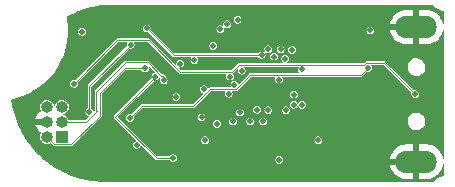
<source format=gbr>
%TF.GenerationSoftware,KiCad,Pcbnew,(7.0.0)*%
%TF.CreationDate,2023-03-08T14:18:50-08:00*%
%TF.ProjectId,ovrdrive,6f767264-7269-4766-952e-6b696361645f,rev?*%
%TF.SameCoordinates,Original*%
%TF.FileFunction,Copper,L3,Inr*%
%TF.FilePolarity,Positive*%
%FSLAX46Y46*%
G04 Gerber Fmt 4.6, Leading zero omitted, Abs format (unit mm)*
G04 Created by KiCad (PCBNEW (7.0.0)) date 2023-03-08 14:18:50*
%MOMM*%
%LPD*%
G01*
G04 APERTURE LIST*
%TA.AperFunction,ComponentPad*%
%ADD10O,3.500000X1.900000*%
%TD*%
%TA.AperFunction,ComponentPad*%
%ADD11R,1.000000X1.000000*%
%TD*%
%TA.AperFunction,ComponentPad*%
%ADD12O,1.000000X1.000000*%
%TD*%
%TA.AperFunction,ViaPad*%
%ADD13C,0.460000*%
%TD*%
%TA.AperFunction,Conductor*%
%ADD14C,0.100000*%
%TD*%
G04 APERTURE END LIST*
D10*
%TO.N,GND*%
%TO.C,J1*%
X142099999Y-98499999D03*
X142099999Y-109899999D03*
%TD*%
D11*
%TO.N,+5V*%
%TO.C,J3*%
X112069999Y-107799999D03*
D12*
%TO.N,/MOSI*%
X110799999Y-107799999D03*
%TO.N,/~{RST}*%
X112069999Y-106529999D03*
%TO.N,GND*%
X110799999Y-106529999D03*
%TO.N,/SCK*%
X112069999Y-105259999D03*
%TO.N,/MISO*%
X110799999Y-105259999D03*
%TD*%
D13*
%TO.N,/~{RST}*%
X120700000Y-103000000D03*
%TO.N,GND*%
X143400000Y-104300000D03*
X126300000Y-110800000D03*
X112800000Y-104000000D03*
X114600000Y-99200000D03*
X111500000Y-104500000D03*
%TO.N,+1V8*%
X131750000Y-104220000D03*
X127300000Y-102200000D03*
X128600000Y-105500000D03*
X131000000Y-101200000D03*
%TO.N,/MOSI*%
X119100000Y-102000000D03*
%TO.N,/INHIBIT*%
X114400000Y-105700000D03*
X117900000Y-100000000D03*
%TO.N,Net-(JP1-B)*%
X130500000Y-109750000D03*
%TO.N,/RB1*%
X131550000Y-100450000D03*
%TO.N,/RB0*%
X130050000Y-101010000D03*
%TO.N,/~{CE1}*%
X130450000Y-102950000D03*
%TO.N,/DQS*%
X129550000Y-105540500D03*
%TO.N,Net-(U2A-~{CE})*%
X122100000Y-101600000D03*
%TO.N,/~{CE3}*%
X131050000Y-105540500D03*
%TO.N,/~{CE2}*%
X131700000Y-105100000D03*
%TO.N,/~{RE}*%
X129550000Y-100400000D03*
%TO.N,/~{CE}*%
X119250000Y-98600000D03*
X128991864Y-100879856D03*
%TO.N,/~{WP}*%
X123900000Y-106150000D03*
%TO.N,/~{WE}*%
X125200000Y-106700000D03*
%TO.N,/ALE*%
X126550000Y-106500000D03*
%TO.N,/CLE*%
X127150000Y-105740500D03*
%TO.N,+3.3V*%
X128000000Y-106500000D03*
X130600000Y-100400000D03*
X126300000Y-102700000D03*
X132400000Y-102100000D03*
X129100000Y-106500000D03*
X113800000Y-98900000D03*
X123300000Y-101304500D03*
X132400000Y-105100000D03*
%TO.N,GND*%
X132150000Y-103600000D03*
X108900000Y-105600000D03*
X119800000Y-106500000D03*
X118200000Y-98400000D03*
X132350000Y-101200000D03*
X136500000Y-108600000D03*
X132500000Y-109000000D03*
X139750000Y-110950000D03*
X114100000Y-107900000D03*
X126950000Y-97150000D03*
X117000000Y-109200000D03*
X122550000Y-105950000D03*
X137900000Y-104200000D03*
X135500000Y-97050000D03*
X119900000Y-101300000D03*
X113350000Y-109800000D03*
X122100000Y-99400000D03*
X131000000Y-110600000D03*
X117500000Y-103600000D03*
%TO.N,+5V*%
X118400000Y-108500000D03*
X124200000Y-108100000D03*
X138200000Y-98800000D03*
X133800000Y-108095500D03*
%TO.N,/Distruct_PWM*%
X138000000Y-101950000D03*
X117845500Y-106200000D03*
%TO.N,/KILL*%
X113095500Y-103300000D03*
X142000000Y-104200000D03*
%TO.N,/FD7*%
X126950000Y-97900000D03*
%TO.N,/FD6*%
X126072701Y-98279500D03*
%TO.N,/FD5*%
X125500000Y-98700000D03*
%TO.N,/FD4*%
X124900000Y-100100000D03*
%TO.N,/FD3*%
X126677375Y-103384648D03*
%TO.N,/FD2*%
X124104500Y-103764148D03*
%TO.N,/FD1*%
X121770207Y-104429793D03*
%TO.N,/FD0*%
X126204500Y-104150000D03*
%TO.N,/PB2*%
X121500000Y-109600000D03*
X120000000Y-102700000D03*
%TD*%
D14*
%TO.N,/~{RST}*%
X120468963Y-102631561D02*
X120631561Y-102631561D01*
X120631561Y-102631561D02*
X120700000Y-102700000D01*
X120700000Y-102700000D02*
X120700000Y-103000000D01*
%TO.N,/MOSI*%
X115300000Y-106000000D02*
X112850000Y-108450000D01*
X111450000Y-108450000D02*
X110800000Y-107800000D01*
X115300000Y-104100000D02*
X115300000Y-106000000D01*
X112850000Y-108450000D02*
X111450000Y-108450000D01*
X117400000Y-102000000D02*
X115300000Y-104100000D01*
X119100000Y-102000000D02*
X117400000Y-102000000D01*
%TO.N,/~{RST}*%
X119337402Y-101500000D02*
X117500000Y-101500000D01*
X120468963Y-102631561D02*
X119337402Y-101500000D01*
X115000000Y-104000000D02*
X115000000Y-105600000D01*
X115018701Y-105618701D02*
X114107402Y-106530000D01*
X117500000Y-101500000D02*
X115000000Y-104000000D01*
X115000000Y-105600000D02*
X115018701Y-105618701D01*
X114107402Y-106530000D02*
X112070000Y-106530000D01*
%TO.N,/INHIBIT*%
X114400000Y-103500000D02*
X114400000Y-105700000D01*
X117900000Y-100000000D02*
X114400000Y-103500000D01*
%TO.N,/~{CE}*%
X121529856Y-100879856D02*
X119250000Y-98600000D01*
X128991864Y-100879856D02*
X121529856Y-100879856D01*
%TO.N,+3.3V*%
X113900000Y-98900000D02*
X113800000Y-98900000D01*
%TO.N,/Distruct_PWM*%
X117845500Y-106200000D02*
X118845500Y-105200000D01*
X123207050Y-105200000D02*
X119800000Y-105200000D01*
X124642402Y-103764648D02*
X123207050Y-105200000D01*
X138000000Y-101950000D02*
X137380000Y-102570000D01*
X137380000Y-102570000D02*
X128029425Y-102570000D01*
X126834777Y-103764648D02*
X124642402Y-103764648D01*
X128029425Y-102570000D02*
X126834777Y-103764648D01*
X118845500Y-105200000D02*
X119800000Y-105200000D01*
%TO.N,/KILL*%
X126457402Y-102320000D02*
X127057402Y-101720000D01*
X127057402Y-101720000D02*
X137692598Y-101720000D01*
X122120000Y-102320000D02*
X126457402Y-102320000D01*
X119420000Y-99620000D02*
X122120000Y-102320000D01*
X137842598Y-101570000D02*
X139370000Y-101570000D01*
X137692598Y-101720000D02*
X137842598Y-101570000D01*
X116775500Y-99620000D02*
X119420000Y-99620000D01*
X113095500Y-103300000D02*
X116775500Y-99620000D01*
X139370000Y-101570000D02*
X142000000Y-104200000D01*
%TO.N,/PB2*%
X116600000Y-106100000D02*
X120100000Y-109600000D01*
X120100000Y-109600000D02*
X121500000Y-109600000D01*
X120000000Y-102700000D02*
X116600000Y-106100000D01*
%TD*%
%TA.AperFunction,Conductor*%
%TO.N,GND*%
G36*
X143482283Y-96628642D02*
G01*
X143498952Y-96641110D01*
X143557533Y-96708643D01*
X143725457Y-96856895D01*
X143726793Y-96857791D01*
X143726799Y-96857796D01*
X143817129Y-96918402D01*
X143911470Y-96981700D01*
X144112322Y-97080875D01*
X144324501Y-97152687D01*
X144394379Y-97166368D01*
X144422794Y-97183313D01*
X144433963Y-97214455D01*
X144433963Y-98243063D01*
X144421013Y-98276250D01*
X144389009Y-98291896D01*
X144354866Y-98281731D01*
X144336631Y-98251128D01*
X144318563Y-98142851D01*
X144317572Y-98138938D01*
X144240431Y-97914235D01*
X144238810Y-97910540D01*
X144125738Y-97701601D01*
X144123526Y-97698215D01*
X143977606Y-97510738D01*
X143974874Y-97507769D01*
X143800077Y-97346858D01*
X143796895Y-97344382D01*
X143598010Y-97214444D01*
X143594451Y-97212517D01*
X143376883Y-97117083D01*
X143373078Y-97115776D01*
X143142762Y-97057452D01*
X143138783Y-97056788D01*
X142961301Y-97042082D01*
X142959303Y-97042000D01*
X142363747Y-97042000D01*
X142356854Y-97044854D01*
X142354000Y-97051747D01*
X142354000Y-99948253D01*
X142356854Y-99955145D01*
X142363747Y-99958000D01*
X142959303Y-99958000D01*
X142961301Y-99957917D01*
X143138783Y-99943211D01*
X143142762Y-99942547D01*
X143373078Y-99884223D01*
X143376883Y-99882916D01*
X143594451Y-99787482D01*
X143598010Y-99785555D01*
X143796895Y-99655617D01*
X143800077Y-99653141D01*
X143974874Y-99492230D01*
X143977606Y-99489261D01*
X144123526Y-99301784D01*
X144125738Y-99298398D01*
X144238810Y-99089459D01*
X144240431Y-99085764D01*
X144317572Y-98861061D01*
X144318563Y-98857148D01*
X144336631Y-98748872D01*
X144354866Y-98718269D01*
X144389009Y-98708104D01*
X144421013Y-98723750D01*
X144433963Y-98756937D01*
X144433963Y-109643063D01*
X144421013Y-109676250D01*
X144389009Y-109691896D01*
X144354866Y-109681731D01*
X144336631Y-109651128D01*
X144318563Y-109542851D01*
X144317572Y-109538938D01*
X144240431Y-109314235D01*
X144238810Y-109310540D01*
X144125738Y-109101601D01*
X144123526Y-109098215D01*
X143977606Y-108910738D01*
X143974874Y-108907769D01*
X143800077Y-108746858D01*
X143796895Y-108744382D01*
X143598010Y-108614444D01*
X143594451Y-108612517D01*
X143376883Y-108517083D01*
X143373078Y-108515776D01*
X143142762Y-108457452D01*
X143138783Y-108456788D01*
X142961301Y-108442082D01*
X142959303Y-108442000D01*
X142363747Y-108442000D01*
X142356854Y-108444854D01*
X142354000Y-108451747D01*
X142354000Y-111348253D01*
X142356854Y-111355145D01*
X142363747Y-111358000D01*
X142959303Y-111358000D01*
X142961301Y-111357917D01*
X143138783Y-111343211D01*
X143142762Y-111342547D01*
X143373078Y-111284223D01*
X143376883Y-111282916D01*
X143594451Y-111187482D01*
X143598010Y-111185555D01*
X143796895Y-111055617D01*
X143800077Y-111053141D01*
X143974874Y-110892230D01*
X143977606Y-110889261D01*
X144123526Y-110701784D01*
X144125738Y-110698398D01*
X144238810Y-110489459D01*
X144240431Y-110485764D01*
X144317572Y-110261061D01*
X144318563Y-110257148D01*
X144336631Y-110148872D01*
X144354866Y-110118269D01*
X144389009Y-110108104D01*
X144421013Y-110123750D01*
X144433963Y-110156937D01*
X144433963Y-111032991D01*
X144422794Y-111064133D01*
X144394378Y-111081078D01*
X144326096Y-111094446D01*
X144326085Y-111094448D01*
X144324501Y-111094759D01*
X144322967Y-111095278D01*
X144322960Y-111095280D01*
X144113858Y-111166048D01*
X144113851Y-111166050D01*
X144112323Y-111166568D01*
X144110880Y-111167280D01*
X144110869Y-111167285D01*
X143912922Y-111265022D01*
X143912909Y-111265029D01*
X143911472Y-111265739D01*
X143910138Y-111266633D01*
X143910131Y-111266638D01*
X143726798Y-111389638D01*
X143726788Y-111389645D01*
X143725458Y-111390538D01*
X143724254Y-111391600D01*
X143724246Y-111391607D01*
X143558744Y-111537714D01*
X143558735Y-111537722D01*
X143557532Y-111538785D01*
X143556485Y-111539991D01*
X143556471Y-111540006D01*
X143498939Y-111606328D01*
X143482268Y-111618797D01*
X143461925Y-111623219D01*
X115800635Y-111623219D01*
X115800496Y-111623217D01*
X115800496Y-111623215D01*
X115800391Y-111623215D01*
X115799401Y-111623203D01*
X115795508Y-111623104D01*
X115481885Y-111615201D01*
X115481809Y-111615199D01*
X115268283Y-111609483D01*
X115265129Y-111609297D01*
X114974267Y-111582681D01*
X114974046Y-111582568D01*
X114974038Y-111582660D01*
X114729710Y-111559139D01*
X114726728Y-111558759D01*
X114444383Y-111513972D01*
X114444003Y-111513910D01*
X114285763Y-111487531D01*
X114195799Y-111472534D01*
X114193014Y-111471987D01*
X114008016Y-111429962D01*
X113916824Y-111409246D01*
X113916299Y-111409123D01*
X113668994Y-111350073D01*
X113666389Y-111349375D01*
X113396392Y-111268970D01*
X113395728Y-111268767D01*
X113151682Y-111192313D01*
X113149276Y-111191490D01*
X112886023Y-111093752D01*
X112885231Y-111093450D01*
X112646248Y-110999986D01*
X112644045Y-110999062D01*
X112388358Y-110884401D01*
X112387448Y-110883982D01*
X112154989Y-110773975D01*
X112152991Y-110772973D01*
X111905756Y-110641856D01*
X111904741Y-110641302D01*
X111680139Y-110515310D01*
X111678347Y-110514254D01*
X111514271Y-110412826D01*
X111440509Y-110367228D01*
X111439488Y-110366578D01*
X111272615Y-110257148D01*
X111223885Y-110225192D01*
X111222296Y-110224104D01*
X111133914Y-110161042D01*
X139865400Y-110161042D01*
X139881436Y-110257148D01*
X139882427Y-110261061D01*
X139959568Y-110485764D01*
X139961189Y-110489459D01*
X140074261Y-110698398D01*
X140076473Y-110701784D01*
X140222393Y-110889261D01*
X140225125Y-110892230D01*
X140399922Y-111053141D01*
X140403104Y-111055617D01*
X140601989Y-111185555D01*
X140605548Y-111187482D01*
X140823116Y-111282916D01*
X140826921Y-111284223D01*
X141057237Y-111342547D01*
X141061216Y-111343211D01*
X141238698Y-111357917D01*
X141240697Y-111358000D01*
X141836253Y-111358000D01*
X141843145Y-111355145D01*
X141846000Y-111348253D01*
X141846000Y-110163747D01*
X141843145Y-110156854D01*
X141836253Y-110154000D01*
X139871365Y-110154000D01*
X139866081Y-110155572D01*
X139865400Y-110161042D01*
X111133914Y-110161042D01*
X110994849Y-110061817D01*
X110993669Y-110060949D01*
X110788298Y-109904946D01*
X110786907Y-109903849D01*
X110570709Y-109726933D01*
X110569473Y-109725887D01*
X110430424Y-109604219D01*
X110375347Y-109556026D01*
X110374179Y-109554970D01*
X110191642Y-109384282D01*
X110170138Y-109364174D01*
X110168865Y-109362941D01*
X109986956Y-109180068D01*
X109985939Y-109179014D01*
X109794921Y-108975147D01*
X109793632Y-108973716D01*
X109692953Y-108857422D01*
X109624868Y-108778776D01*
X109624035Y-108777787D01*
X109598674Y-108746858D01*
X109446776Y-108561614D01*
X109445528Y-108560024D01*
X109290804Y-108354088D01*
X109290130Y-108353169D01*
X109127350Y-108125518D01*
X109126100Y-108123682D01*
X109115393Y-108107165D01*
X108986170Y-107907819D01*
X108985684Y-107907052D01*
X108838069Y-107668800D01*
X108836904Y-107666814D01*
X108712471Y-107442216D01*
X108712128Y-107441584D01*
X108631596Y-107290101D01*
X108580305Y-107193621D01*
X108579170Y-107191346D01*
X108512523Y-107048568D01*
X108470932Y-106959467D01*
X108470727Y-106959020D01*
X108395331Y-106791346D01*
X109825921Y-106791346D01*
X109863523Y-106915301D01*
X109865362Y-106919740D01*
X109956688Y-107090598D01*
X109959350Y-107094584D01*
X110082264Y-107244355D01*
X110085644Y-107247735D01*
X110235415Y-107370649D01*
X110239400Y-107373311D01*
X110281431Y-107395777D01*
X110301292Y-107415422D01*
X110307190Y-107442728D01*
X110297208Y-107468819D01*
X110277420Y-107494607D01*
X110277413Y-107494618D01*
X110275464Y-107497159D01*
X110274236Y-107500122D01*
X110274235Y-107500125D01*
X110216184Y-107640272D01*
X110216182Y-107640275D01*
X110214956Y-107643238D01*
X110194318Y-107800000D01*
X110194737Y-107803183D01*
X110208512Y-107907819D01*
X110214956Y-107956762D01*
X110275464Y-108102841D01*
X110371718Y-108228282D01*
X110497159Y-108324536D01*
X110643238Y-108385044D01*
X110800000Y-108405682D01*
X110956762Y-108385044D01*
X111078856Y-108334470D01*
X111107165Y-108331682D01*
X111132254Y-108345093D01*
X111315065Y-108527904D01*
X111372096Y-108584935D01*
X111385677Y-108588573D01*
X111397497Y-108593469D01*
X111409673Y-108600500D01*
X111490326Y-108600501D01*
X111490328Y-108600500D01*
X112809673Y-108600500D01*
X112869814Y-108600500D01*
X112890327Y-108600500D01*
X112902505Y-108593467D01*
X112914321Y-108588573D01*
X112927904Y-108584935D01*
X112984935Y-108527905D01*
X112984935Y-108527903D01*
X115420430Y-106092409D01*
X115434935Y-106077904D01*
X115438573Y-106064321D01*
X115443467Y-106052505D01*
X115450500Y-106040327D01*
X115450500Y-105959674D01*
X115450500Y-104182635D01*
X115464852Y-104147987D01*
X117447987Y-102164852D01*
X117482635Y-102150500D01*
X118776973Y-102150500D01*
X118801473Y-102157065D01*
X118819408Y-102175000D01*
X118840772Y-102212003D01*
X118842917Y-102215718D01*
X118846199Y-102218472D01*
X118846201Y-102218474D01*
X118869330Y-102237881D01*
X118932201Y-102290636D01*
X119001112Y-102315718D01*
X119037693Y-102329033D01*
X119037694Y-102329033D01*
X119041724Y-102330500D01*
X119153987Y-102330500D01*
X119158276Y-102330500D01*
X119267799Y-102290636D01*
X119357083Y-102215718D01*
X119415359Y-102114781D01*
X119435598Y-102000000D01*
X119422131Y-101923626D01*
X119426440Y-101893448D01*
X119447761Y-101871657D01*
X119477841Y-101866690D01*
X119505035Y-101880472D01*
X119925709Y-102301146D01*
X119939730Y-102330105D01*
X119932766Y-102361517D01*
X119907821Y-102381839D01*
X119843784Y-102405148D01*
X119832201Y-102409364D01*
X119828920Y-102412116D01*
X119828918Y-102412118D01*
X119746201Y-102481525D01*
X119746197Y-102481529D01*
X119742917Y-102484282D01*
X119740774Y-102487993D01*
X119740772Y-102487996D01*
X119696277Y-102565064D01*
X119684641Y-102585219D01*
X119664402Y-102700000D01*
X119665146Y-102704219D01*
X119665146Y-102704221D01*
X119678373Y-102779238D01*
X119676849Y-102802481D01*
X119664765Y-102822394D01*
X116512152Y-105975007D01*
X116502008Y-105982792D01*
X116495412Y-105986600D01*
X116495410Y-105986601D01*
X116489826Y-105989826D01*
X116486602Y-105995409D01*
X116486600Y-105995412D01*
X116457604Y-106045637D01*
X116452724Y-106054087D01*
X116452722Y-106054090D01*
X116449500Y-106059673D01*
X116449499Y-106066119D01*
X116449499Y-106066123D01*
X116449499Y-106100000D01*
X116449499Y-106140326D01*
X116452723Y-106145911D01*
X116452724Y-106145912D01*
X116481851Y-106196362D01*
X116489826Y-106210174D01*
X116502008Y-106217207D01*
X116512153Y-106224992D01*
X118373516Y-108086355D01*
X118387785Y-108118153D01*
X118377305Y-108151394D01*
X118347379Y-108169258D01*
X118346006Y-108169500D01*
X118341724Y-108169500D01*
X118337700Y-108170964D01*
X118337697Y-108170965D01*
X118236228Y-108207898D01*
X118236226Y-108207898D01*
X118232201Y-108209364D01*
X118228920Y-108212116D01*
X118228918Y-108212118D01*
X118146201Y-108281525D01*
X118146197Y-108281529D01*
X118142917Y-108284282D01*
X118140774Y-108287993D01*
X118140772Y-108287996D01*
X118103145Y-108353169D01*
X118084641Y-108385219D01*
X118083897Y-108389437D01*
X118083897Y-108389438D01*
X118081107Y-108405263D01*
X118064402Y-108500000D01*
X118084641Y-108614781D01*
X118142917Y-108715718D01*
X118146199Y-108718472D01*
X118146201Y-108718474D01*
X118180028Y-108746858D01*
X118232201Y-108790636D01*
X118316404Y-108821284D01*
X118337693Y-108829033D01*
X118337694Y-108829033D01*
X118341724Y-108830500D01*
X118453987Y-108830500D01*
X118458276Y-108830500D01*
X118567799Y-108790636D01*
X118657083Y-108715718D01*
X118715359Y-108614781D01*
X118726982Y-108548861D01*
X118744845Y-108518936D01*
X118778086Y-108508455D01*
X118809885Y-108522724D01*
X119965065Y-109677904D01*
X120022096Y-109734935D01*
X120035677Y-109738573D01*
X120047497Y-109743469D01*
X120059673Y-109750500D01*
X120080186Y-109750500D01*
X120140326Y-109750500D01*
X121176973Y-109750500D01*
X121201473Y-109757065D01*
X121219408Y-109775000D01*
X121242917Y-109815718D01*
X121332201Y-109890636D01*
X121416404Y-109921284D01*
X121437693Y-109929033D01*
X121437694Y-109929033D01*
X121441724Y-109930500D01*
X121553987Y-109930500D01*
X121558276Y-109930500D01*
X121667799Y-109890636D01*
X121757083Y-109815718D01*
X121795025Y-109750000D01*
X130164402Y-109750000D01*
X130184641Y-109864781D01*
X130242917Y-109965718D01*
X130332201Y-110040636D01*
X130416404Y-110071284D01*
X130437693Y-110079033D01*
X130437694Y-110079033D01*
X130441724Y-110080500D01*
X130553987Y-110080500D01*
X130558276Y-110080500D01*
X130667799Y-110040636D01*
X130757083Y-109965718D01*
X130815359Y-109864781D01*
X130835598Y-109750000D01*
X130816018Y-109638957D01*
X139865400Y-109638957D01*
X139866081Y-109644427D01*
X139871365Y-109646000D01*
X141836253Y-109646000D01*
X141843145Y-109643145D01*
X141846000Y-109636253D01*
X141846000Y-108451747D01*
X141843145Y-108444854D01*
X141836253Y-108442000D01*
X141240697Y-108442000D01*
X141238698Y-108442082D01*
X141061216Y-108456788D01*
X141057237Y-108457452D01*
X140826921Y-108515776D01*
X140823116Y-108517083D01*
X140605548Y-108612517D01*
X140601989Y-108614444D01*
X140403104Y-108744382D01*
X140399922Y-108746858D01*
X140225125Y-108907769D01*
X140222393Y-108910738D01*
X140076473Y-109098215D01*
X140074261Y-109101601D01*
X139961189Y-109310540D01*
X139959568Y-109314235D01*
X139882427Y-109538938D01*
X139881436Y-109542851D01*
X139865400Y-109638957D01*
X130816018Y-109638957D01*
X130815359Y-109635219D01*
X130757083Y-109534282D01*
X130753799Y-109531526D01*
X130753798Y-109531525D01*
X130671081Y-109462118D01*
X130667799Y-109459364D01*
X130652432Y-109453770D01*
X130562306Y-109420966D01*
X130562301Y-109420965D01*
X130558276Y-109419500D01*
X130441724Y-109419500D01*
X130437699Y-109420964D01*
X130437693Y-109420966D01*
X130336228Y-109457898D01*
X130336226Y-109457898D01*
X130332201Y-109459364D01*
X130328920Y-109462116D01*
X130328918Y-109462118D01*
X130246201Y-109531525D01*
X130246197Y-109531529D01*
X130242917Y-109534282D01*
X130240774Y-109537993D01*
X130240772Y-109537996D01*
X130202539Y-109604219D01*
X130184641Y-109635219D01*
X130164402Y-109750000D01*
X121795025Y-109750000D01*
X121815359Y-109714781D01*
X121835598Y-109600000D01*
X121815359Y-109485219D01*
X121757083Y-109384282D01*
X121753799Y-109381526D01*
X121753798Y-109381525D01*
X121671081Y-109312118D01*
X121667799Y-109309364D01*
X121652432Y-109303770D01*
X121562306Y-109270966D01*
X121562301Y-109270965D01*
X121558276Y-109269500D01*
X121441724Y-109269500D01*
X121437699Y-109270964D01*
X121437693Y-109270966D01*
X121336228Y-109307898D01*
X121336226Y-109307898D01*
X121332201Y-109309364D01*
X121328920Y-109312116D01*
X121328918Y-109312118D01*
X121246201Y-109381525D01*
X121246197Y-109381529D01*
X121242917Y-109384282D01*
X121240774Y-109387993D01*
X121240772Y-109387996D01*
X121219408Y-109425000D01*
X121201473Y-109442935D01*
X121176973Y-109449500D01*
X120182635Y-109449500D01*
X120147987Y-109435148D01*
X118812839Y-108100000D01*
X123864402Y-108100000D01*
X123884641Y-108214781D01*
X123922283Y-108279978D01*
X123933553Y-108299500D01*
X123942917Y-108315718D01*
X123946199Y-108318472D01*
X123946201Y-108318474D01*
X123954889Y-108325764D01*
X124032201Y-108390636D01*
X124116404Y-108421284D01*
X124137693Y-108429033D01*
X124137694Y-108429033D01*
X124141724Y-108430500D01*
X124253987Y-108430500D01*
X124258276Y-108430500D01*
X124367799Y-108390636D01*
X124457083Y-108315718D01*
X124515359Y-108214781D01*
X124535598Y-108100000D01*
X124534805Y-108095500D01*
X133464402Y-108095500D01*
X133484641Y-108210281D01*
X133542917Y-108311218D01*
X133546199Y-108313972D01*
X133546201Y-108313974D01*
X133560252Y-108325764D01*
X133632201Y-108386136D01*
X133716404Y-108416784D01*
X133737693Y-108424533D01*
X133737694Y-108424533D01*
X133741724Y-108426000D01*
X133853987Y-108426000D01*
X133858276Y-108426000D01*
X133967799Y-108386136D01*
X134057083Y-108311218D01*
X134115359Y-108210281D01*
X134135598Y-108095500D01*
X134115359Y-107980719D01*
X134057083Y-107879782D01*
X134053799Y-107877026D01*
X134053798Y-107877025D01*
X133971081Y-107807618D01*
X133967799Y-107804864D01*
X133945691Y-107796817D01*
X133862306Y-107766466D01*
X133862301Y-107766465D01*
X133858276Y-107765000D01*
X133741724Y-107765000D01*
X133737699Y-107766464D01*
X133737693Y-107766466D01*
X133636228Y-107803398D01*
X133636226Y-107803398D01*
X133632201Y-107804864D01*
X133628920Y-107807616D01*
X133628918Y-107807618D01*
X133546201Y-107877025D01*
X133546197Y-107877029D01*
X133542917Y-107879782D01*
X133540774Y-107883493D01*
X133540772Y-107883496D01*
X133496761Y-107959727D01*
X133484641Y-107980719D01*
X133483897Y-107984937D01*
X133483897Y-107984938D01*
X133483104Y-107989438D01*
X133464402Y-108095500D01*
X124534805Y-108095500D01*
X124515359Y-107985219D01*
X124457083Y-107884282D01*
X124453799Y-107881526D01*
X124453798Y-107881525D01*
X124371081Y-107812118D01*
X124367799Y-107809364D01*
X124342072Y-107800000D01*
X124262306Y-107770966D01*
X124262301Y-107770965D01*
X124258276Y-107769500D01*
X124141724Y-107769500D01*
X124137699Y-107770964D01*
X124137693Y-107770966D01*
X124036228Y-107807898D01*
X124036226Y-107807898D01*
X124032201Y-107809364D01*
X124028920Y-107812116D01*
X124028918Y-107812118D01*
X123946201Y-107881525D01*
X123946197Y-107881529D01*
X123942917Y-107884282D01*
X123940774Y-107887993D01*
X123940772Y-107887996D01*
X123899359Y-107959727D01*
X123884641Y-107985219D01*
X123883897Y-107989437D01*
X123883897Y-107989438D01*
X123874521Y-108042609D01*
X123864402Y-108100000D01*
X118812839Y-108100000D01*
X117412839Y-106700000D01*
X124864402Y-106700000D01*
X124884641Y-106814781D01*
X124942917Y-106915718D01*
X125032201Y-106990636D01*
X125113871Y-107020362D01*
X125137693Y-107029033D01*
X125137694Y-107029033D01*
X125141724Y-107030500D01*
X125253987Y-107030500D01*
X125258276Y-107030500D01*
X125367799Y-106990636D01*
X125457083Y-106915718D01*
X125515359Y-106814781D01*
X125535598Y-106700000D01*
X125515359Y-106585219D01*
X125466158Y-106500000D01*
X126214402Y-106500000D01*
X126234641Y-106614781D01*
X126264560Y-106666602D01*
X126290047Y-106710748D01*
X126292917Y-106715718D01*
X126296199Y-106718472D01*
X126296201Y-106718474D01*
X126315896Y-106735000D01*
X126382201Y-106790636D01*
X126458733Y-106818492D01*
X126487693Y-106829033D01*
X126487694Y-106829033D01*
X126491724Y-106830500D01*
X126603987Y-106830500D01*
X126608276Y-106830500D01*
X126717799Y-106790636D01*
X126807083Y-106715718D01*
X126865359Y-106614781D01*
X126885598Y-106500000D01*
X127664402Y-106500000D01*
X127684641Y-106614781D01*
X127714560Y-106666602D01*
X127740047Y-106710748D01*
X127742917Y-106715718D01*
X127746199Y-106718472D01*
X127746201Y-106718474D01*
X127765896Y-106735000D01*
X127832201Y-106790636D01*
X127908733Y-106818492D01*
X127937693Y-106829033D01*
X127937694Y-106829033D01*
X127941724Y-106830500D01*
X128053987Y-106830500D01*
X128058276Y-106830500D01*
X128167799Y-106790636D01*
X128257083Y-106715718D01*
X128315359Y-106614781D01*
X128335598Y-106500000D01*
X128764402Y-106500000D01*
X128784641Y-106614781D01*
X128814560Y-106666602D01*
X128840047Y-106710748D01*
X128842917Y-106715718D01*
X128846199Y-106718472D01*
X128846201Y-106718474D01*
X128865896Y-106735000D01*
X128932201Y-106790636D01*
X129008733Y-106818492D01*
X129037693Y-106829033D01*
X129037694Y-106829033D01*
X129041724Y-106830500D01*
X129153987Y-106830500D01*
X129158276Y-106830500D01*
X129267799Y-106790636D01*
X129357083Y-106715718D01*
X129415359Y-106614781D01*
X129427851Y-106543935D01*
X141345669Y-106543935D01*
X141346162Y-106546734D01*
X141346163Y-106546741D01*
X141375640Y-106713906D01*
X141376135Y-106716711D01*
X141377260Y-106719320D01*
X141377262Y-106719325D01*
X141444492Y-106875183D01*
X141445623Y-106877804D01*
X141447324Y-106880088D01*
X141447327Y-106880094D01*
X141476843Y-106919740D01*
X141550390Y-107018530D01*
X141567386Y-107032791D01*
X141682602Y-107129470D01*
X141682605Y-107129472D01*
X141684786Y-107131302D01*
X141841567Y-107210040D01*
X142012279Y-107250500D01*
X142142290Y-107250500D01*
X142143709Y-107250500D01*
X142274255Y-107235241D01*
X142439117Y-107175237D01*
X142585696Y-107078830D01*
X142706092Y-106951218D01*
X142793812Y-106799281D01*
X142844130Y-106631210D01*
X142854331Y-106456065D01*
X142823865Y-106283289D01*
X142754377Y-106122196D01*
X142752674Y-106119908D01*
X142752672Y-106119905D01*
X142697381Y-106045637D01*
X142649610Y-105981470D01*
X142585058Y-105927304D01*
X142517397Y-105870529D01*
X142517392Y-105870526D01*
X142515214Y-105868698D01*
X142512668Y-105867419D01*
X142512666Y-105867418D01*
X142360982Y-105791240D01*
X142360980Y-105791239D01*
X142358433Y-105789960D01*
X142355662Y-105789303D01*
X142355656Y-105789301D01*
X142190502Y-105750159D01*
X142190501Y-105750158D01*
X142187721Y-105749500D01*
X142056291Y-105749500D01*
X142054891Y-105749663D01*
X142054884Y-105749664D01*
X141928578Y-105764427D01*
X141928570Y-105764428D01*
X141925745Y-105764759D01*
X141923066Y-105765734D01*
X141923062Y-105765735D01*
X141763563Y-105823787D01*
X141763558Y-105823789D01*
X141760883Y-105824763D01*
X141758505Y-105826326D01*
X141758499Y-105826330D01*
X141616688Y-105919601D01*
X141616682Y-105919605D01*
X141614304Y-105921170D01*
X141612350Y-105923240D01*
X141612344Y-105923246D01*
X141495868Y-106046704D01*
X141493908Y-106048782D01*
X141492484Y-106051247D01*
X141492479Y-106051255D01*
X141407617Y-106198242D01*
X141407613Y-106198249D01*
X141406188Y-106200719D01*
X141405370Y-106203450D01*
X141405367Y-106203458D01*
X141356688Y-106366056D01*
X141356687Y-106366060D01*
X141355870Y-106368790D01*
X141345669Y-106543935D01*
X129427851Y-106543935D01*
X129435598Y-106500000D01*
X129415359Y-106385219D01*
X129357083Y-106284282D01*
X129353799Y-106281526D01*
X129353798Y-106281525D01*
X129271081Y-106212118D01*
X129267799Y-106209364D01*
X129242072Y-106200000D01*
X129162306Y-106170966D01*
X129162301Y-106170965D01*
X129158276Y-106169500D01*
X129041724Y-106169500D01*
X129037699Y-106170964D01*
X129037693Y-106170966D01*
X128936228Y-106207898D01*
X128936226Y-106207898D01*
X128932201Y-106209364D01*
X128928920Y-106212116D01*
X128928918Y-106212118D01*
X128846201Y-106281525D01*
X128846197Y-106281529D01*
X128842917Y-106284282D01*
X128840774Y-106287993D01*
X128840772Y-106287996D01*
X128791558Y-106373238D01*
X128784641Y-106385219D01*
X128764402Y-106500000D01*
X128335598Y-106500000D01*
X128315359Y-106385219D01*
X128257083Y-106284282D01*
X128253799Y-106281526D01*
X128253798Y-106281525D01*
X128171081Y-106212118D01*
X128167799Y-106209364D01*
X128142072Y-106200000D01*
X128062306Y-106170966D01*
X128062301Y-106170965D01*
X128058276Y-106169500D01*
X127941724Y-106169500D01*
X127937699Y-106170964D01*
X127937693Y-106170966D01*
X127836228Y-106207898D01*
X127836226Y-106207898D01*
X127832201Y-106209364D01*
X127828920Y-106212116D01*
X127828918Y-106212118D01*
X127746201Y-106281525D01*
X127746197Y-106281529D01*
X127742917Y-106284282D01*
X127740774Y-106287993D01*
X127740772Y-106287996D01*
X127691558Y-106373238D01*
X127684641Y-106385219D01*
X127664402Y-106500000D01*
X126885598Y-106500000D01*
X126865359Y-106385219D01*
X126807083Y-106284282D01*
X126803799Y-106281526D01*
X126803798Y-106281525D01*
X126721081Y-106212118D01*
X126717799Y-106209364D01*
X126692072Y-106200000D01*
X126612306Y-106170966D01*
X126612301Y-106170965D01*
X126608276Y-106169500D01*
X126491724Y-106169500D01*
X126487699Y-106170964D01*
X126487693Y-106170966D01*
X126386228Y-106207898D01*
X126386226Y-106207898D01*
X126382201Y-106209364D01*
X126378920Y-106212116D01*
X126378918Y-106212118D01*
X126296201Y-106281525D01*
X126296197Y-106281529D01*
X126292917Y-106284282D01*
X126290774Y-106287993D01*
X126290772Y-106287996D01*
X126241558Y-106373238D01*
X126234641Y-106385219D01*
X126214402Y-106500000D01*
X125466158Y-106500000D01*
X125457083Y-106484282D01*
X125453799Y-106481526D01*
X125453798Y-106481525D01*
X125371081Y-106412118D01*
X125367799Y-106409364D01*
X125352432Y-106403770D01*
X125262306Y-106370966D01*
X125262301Y-106370965D01*
X125258276Y-106369500D01*
X125141724Y-106369500D01*
X125137699Y-106370964D01*
X125137693Y-106370966D01*
X125036228Y-106407898D01*
X125036226Y-106407898D01*
X125032201Y-106409364D01*
X125028920Y-106412116D01*
X125028918Y-106412118D01*
X124946201Y-106481525D01*
X124946197Y-106481529D01*
X124942917Y-106484282D01*
X124940774Y-106487993D01*
X124940772Y-106487996D01*
X124916233Y-106530500D01*
X124884641Y-106585219D01*
X124883897Y-106589437D01*
X124883897Y-106589438D01*
X124879428Y-106614781D01*
X124864402Y-106700000D01*
X117412839Y-106700000D01*
X116847486Y-106134647D01*
X116833134Y-106099999D01*
X116847484Y-106065354D01*
X118483044Y-104429793D01*
X121434609Y-104429793D01*
X121454848Y-104544574D01*
X121513124Y-104645511D01*
X121516406Y-104648265D01*
X121516408Y-104648267D01*
X121524119Y-104654737D01*
X121602408Y-104720429D01*
X121686611Y-104751077D01*
X121707900Y-104758826D01*
X121707901Y-104758826D01*
X121711931Y-104760293D01*
X121824194Y-104760293D01*
X121828483Y-104760293D01*
X121938006Y-104720429D01*
X122027290Y-104645511D01*
X122085566Y-104544574D01*
X122105805Y-104429793D01*
X122085566Y-104315012D01*
X122027290Y-104214075D01*
X122024006Y-104211319D01*
X122024005Y-104211318D01*
X121941288Y-104141911D01*
X121938006Y-104139157D01*
X121922639Y-104133563D01*
X121832513Y-104100759D01*
X121832508Y-104100758D01*
X121828483Y-104099293D01*
X121711931Y-104099293D01*
X121707906Y-104100757D01*
X121707900Y-104100759D01*
X121606435Y-104137691D01*
X121606433Y-104137691D01*
X121602408Y-104139157D01*
X121599127Y-104141909D01*
X121599125Y-104141911D01*
X121516408Y-104211318D01*
X121516404Y-104211322D01*
X121513124Y-104214075D01*
X121510981Y-104217786D01*
X121510979Y-104217789D01*
X121481706Y-104268492D01*
X121454848Y-104315012D01*
X121434609Y-104429793D01*
X118483044Y-104429793D01*
X119876113Y-103036724D01*
X119900154Y-103023535D01*
X119927519Y-103025330D01*
X119937690Y-103029032D01*
X119937691Y-103029032D01*
X119941724Y-103030500D01*
X120053987Y-103030500D01*
X120058276Y-103030500D01*
X120167799Y-102990636D01*
X120257083Y-102915718D01*
X120294293Y-102851268D01*
X120321987Y-102829039D01*
X120357425Y-102831355D01*
X120381991Y-102857002D01*
X120382610Y-102884860D01*
X120384641Y-102885219D01*
X120364402Y-103000000D01*
X120384641Y-103114781D01*
X120442917Y-103215718D01*
X120532201Y-103290636D01*
X120587603Y-103310801D01*
X120637693Y-103329033D01*
X120637694Y-103329033D01*
X120641724Y-103330500D01*
X120753987Y-103330500D01*
X120758276Y-103330500D01*
X120867799Y-103290636D01*
X120957083Y-103215718D01*
X121015359Y-103114781D01*
X121035598Y-103000000D01*
X121015359Y-102885219D01*
X120957083Y-102784282D01*
X120953799Y-102781526D01*
X120953798Y-102781525D01*
X120868003Y-102709535D01*
X120855091Y-102692707D01*
X120850500Y-102671999D01*
X120850500Y-102666124D01*
X120850500Y-102659673D01*
X120843469Y-102647497D01*
X120838573Y-102635676D01*
X120838545Y-102635572D01*
X120834935Y-102622096D01*
X120830376Y-102617537D01*
X120830375Y-102617535D01*
X120777905Y-102565065D01*
X120777903Y-102565064D01*
X120723970Y-102511131D01*
X120709465Y-102496626D01*
X120703233Y-102494956D01*
X120695884Y-102492987D01*
X120684067Y-102488092D01*
X120677475Y-102484286D01*
X120677472Y-102484285D01*
X120671888Y-102481061D01*
X120665440Y-102481060D01*
X120665437Y-102481060D01*
X120591240Y-102481060D01*
X120591239Y-102481060D01*
X120591235Y-102481060D01*
X120591233Y-102481060D01*
X120591232Y-102481061D01*
X120551598Y-102481061D01*
X120516950Y-102466709D01*
X119419867Y-101369626D01*
X119419866Y-101369625D01*
X119415306Y-101365065D01*
X119409074Y-101363395D01*
X119401725Y-101361426D01*
X119389908Y-101356531D01*
X119383316Y-101352725D01*
X119383313Y-101352724D01*
X119377729Y-101349500D01*
X119371281Y-101349499D01*
X119371278Y-101349499D01*
X119297081Y-101349499D01*
X119297080Y-101349499D01*
X119297076Y-101349499D01*
X119297074Y-101349499D01*
X119297073Y-101349500D01*
X117540327Y-101349500D01*
X117459673Y-101349500D01*
X117454088Y-101352723D01*
X117454085Y-101352725D01*
X117447492Y-101356532D01*
X117435680Y-101361425D01*
X117432002Y-101362410D01*
X117422096Y-101365065D01*
X117417538Y-101369622D01*
X117417536Y-101369624D01*
X117365064Y-101422096D01*
X114922096Y-103865065D01*
X114869626Y-103917534D01*
X114869624Y-103917536D01*
X114865065Y-103922096D01*
X114863396Y-103928323D01*
X114863395Y-103928326D01*
X114861425Y-103935680D01*
X114856532Y-103947492D01*
X114852725Y-103954085D01*
X114852723Y-103954088D01*
X114849500Y-103959673D01*
X114849499Y-103966119D01*
X114849499Y-103966123D01*
X114849499Y-104001525D01*
X114849499Y-104040326D01*
X114849500Y-104040328D01*
X114849500Y-105554767D01*
X114845770Y-105573519D01*
X114835150Y-105589412D01*
X114814002Y-105610561D01*
X114800502Y-105624061D01*
X114768702Y-105638329D01*
X114735461Y-105627847D01*
X114717598Y-105597919D01*
X114715359Y-105585219D01*
X114657083Y-105484282D01*
X114653799Y-105481526D01*
X114653798Y-105481525D01*
X114568003Y-105409535D01*
X114555091Y-105392707D01*
X114550500Y-105371999D01*
X114550500Y-103582635D01*
X114564852Y-103547987D01*
X115351848Y-102760991D01*
X117776113Y-100336724D01*
X117800154Y-100323535D01*
X117827519Y-100325330D01*
X117837690Y-100329032D01*
X117837691Y-100329032D01*
X117841724Y-100330500D01*
X117953987Y-100330500D01*
X117958276Y-100330500D01*
X118067799Y-100290636D01*
X118157083Y-100215718D01*
X118215359Y-100114781D01*
X118235598Y-100000000D01*
X118215359Y-99885219D01*
X118191560Y-99843999D01*
X118185740Y-99810991D01*
X118202499Y-99781964D01*
X118233996Y-99770500D01*
X119337365Y-99770500D01*
X119372012Y-99784851D01*
X121985065Y-102397904D01*
X122042096Y-102454935D01*
X122055677Y-102458573D01*
X122067497Y-102463469D01*
X122079673Y-102470500D01*
X122160327Y-102470501D01*
X122160329Y-102470500D01*
X125966004Y-102470500D01*
X125997501Y-102481964D01*
X126014260Y-102510991D01*
X126008439Y-102543999D01*
X125984641Y-102585219D01*
X125964402Y-102700000D01*
X125984641Y-102814781D01*
X126042917Y-102915718D01*
X126132201Y-102990636D01*
X126198186Y-103014653D01*
X126237693Y-103029033D01*
X126237694Y-103029033D01*
X126241724Y-103030500D01*
X126353987Y-103030500D01*
X126358276Y-103030500D01*
X126467799Y-102990636D01*
X126557083Y-102915718D01*
X126615359Y-102814781D01*
X126635598Y-102700000D01*
X126615359Y-102585219D01*
X126557169Y-102484432D01*
X126551024Y-102453537D01*
X126564956Y-102425285D01*
X126592337Y-102397905D01*
X126592337Y-102397903D01*
X126891796Y-102098444D01*
X126918989Y-102084663D01*
X126949069Y-102089629D01*
X126970390Y-102111421D01*
X126974699Y-102141602D01*
X126970447Y-102165718D01*
X126964402Y-102200000D01*
X126984641Y-102314781D01*
X127011624Y-102361517D01*
X127039248Y-102409364D01*
X127042917Y-102415718D01*
X127046199Y-102418472D01*
X127046201Y-102418474D01*
X127059647Y-102429756D01*
X127132201Y-102490636D01*
X127216404Y-102521284D01*
X127237693Y-102529033D01*
X127237694Y-102529033D01*
X127241724Y-102530500D01*
X127353987Y-102530500D01*
X127358276Y-102530500D01*
X127467799Y-102490636D01*
X127557083Y-102415718D01*
X127615359Y-102314781D01*
X127635598Y-102200000D01*
X127615359Y-102085219D01*
X127557083Y-101984282D01*
X127553798Y-101981525D01*
X127553796Y-101981523D01*
X127524613Y-101957036D01*
X127508779Y-101932182D01*
X127510064Y-101902741D01*
X127528004Y-101879362D01*
X127556109Y-101870500D01*
X132066004Y-101870500D01*
X132097501Y-101881964D01*
X132114260Y-101910991D01*
X132108439Y-101943999D01*
X132084641Y-101985219D01*
X132064402Y-102100000D01*
X132084641Y-102214781D01*
X132122584Y-102280500D01*
X132139939Y-102310561D01*
X132142917Y-102315718D01*
X132146199Y-102318472D01*
X132146201Y-102318474D01*
X132163470Y-102332964D01*
X132179303Y-102357818D01*
X132178018Y-102387259D01*
X132160078Y-102410638D01*
X132131973Y-102419500D01*
X128069752Y-102419500D01*
X127989098Y-102419500D01*
X127983513Y-102422723D01*
X127983510Y-102422725D01*
X127976917Y-102426532D01*
X127965104Y-102431425D01*
X127951521Y-102435065D01*
X127946963Y-102439622D01*
X127946961Y-102439624D01*
X127894489Y-102492096D01*
X127077877Y-103308707D01*
X127046078Y-103322976D01*
X127012837Y-103312495D01*
X126994973Y-103282566D01*
X126994350Y-103279033D01*
X126992734Y-103269867D01*
X126934458Y-103168930D01*
X126931174Y-103166174D01*
X126931173Y-103166173D01*
X126848456Y-103096766D01*
X126845174Y-103094012D01*
X126810867Y-103081525D01*
X126739681Y-103055614D01*
X126739676Y-103055613D01*
X126735651Y-103054148D01*
X126619099Y-103054148D01*
X126615074Y-103055612D01*
X126615068Y-103055614D01*
X126513603Y-103092546D01*
X126513601Y-103092546D01*
X126509576Y-103094012D01*
X126506295Y-103096764D01*
X126506293Y-103096766D01*
X126423576Y-103166173D01*
X126423572Y-103166177D01*
X126420292Y-103168930D01*
X126418149Y-103172641D01*
X126418147Y-103172644D01*
X126364161Y-103266151D01*
X126362016Y-103269867D01*
X126361272Y-103274085D01*
X126361272Y-103274086D01*
X126357448Y-103295775D01*
X126341777Y-103384648D01*
X126362016Y-103499429D01*
X126373012Y-103518474D01*
X126385814Y-103540648D01*
X126391635Y-103573657D01*
X126374876Y-103602684D01*
X126343379Y-103614148D01*
X124682729Y-103614148D01*
X124602075Y-103614148D01*
X124596490Y-103617371D01*
X124596487Y-103617373D01*
X124589894Y-103621180D01*
X124578081Y-103626073D01*
X124564498Y-103629713D01*
X124559940Y-103634270D01*
X124559938Y-103634272D01*
X124531293Y-103662917D01*
X124507467Y-103686743D01*
X124507466Y-103686744D01*
X124505145Y-103689064D01*
X124505145Y-103689065D01*
X124473346Y-103703327D01*
X124440109Y-103692843D01*
X124422248Y-103662917D01*
X124419859Y-103649367D01*
X124361583Y-103548430D01*
X124358299Y-103545674D01*
X124358298Y-103545673D01*
X124275581Y-103476266D01*
X124272299Y-103473512D01*
X124234278Y-103459673D01*
X124166806Y-103435114D01*
X124166801Y-103435113D01*
X124162776Y-103433648D01*
X124046224Y-103433648D01*
X124042199Y-103435112D01*
X124042193Y-103435114D01*
X123940728Y-103472046D01*
X123940726Y-103472046D01*
X123936701Y-103473512D01*
X123933420Y-103476264D01*
X123933418Y-103476266D01*
X123850701Y-103545673D01*
X123850697Y-103545677D01*
X123847417Y-103548430D01*
X123845274Y-103552141D01*
X123845272Y-103552144D01*
X123803553Y-103624404D01*
X123789141Y-103649367D01*
X123768902Y-103764148D01*
X123789141Y-103878929D01*
X123847417Y-103979866D01*
X123850699Y-103982620D01*
X123850701Y-103982622D01*
X123857106Y-103987996D01*
X123936701Y-104054784D01*
X124013055Y-104082575D01*
X124038000Y-104102895D01*
X124044964Y-104134307D01*
X124030943Y-104163267D01*
X123159063Y-105035148D01*
X123143167Y-105045770D01*
X123124415Y-105049500D01*
X119819814Y-105049500D01*
X118885827Y-105049500D01*
X118805173Y-105049500D01*
X118799588Y-105052723D01*
X118799585Y-105052725D01*
X118792992Y-105056532D01*
X118781179Y-105061425D01*
X118767596Y-105065065D01*
X118763038Y-105069622D01*
X118763036Y-105069624D01*
X118710564Y-105122096D01*
X117969386Y-105863273D01*
X117945343Y-105876464D01*
X117917981Y-105874670D01*
X117911405Y-105872276D01*
X117907805Y-105870966D01*
X117907802Y-105870965D01*
X117903776Y-105869500D01*
X117787224Y-105869500D01*
X117783199Y-105870964D01*
X117783193Y-105870966D01*
X117681728Y-105907898D01*
X117681726Y-105907898D01*
X117677701Y-105909364D01*
X117674420Y-105912116D01*
X117674418Y-105912118D01*
X117591701Y-105981525D01*
X117591697Y-105981529D01*
X117588417Y-105984282D01*
X117586274Y-105987993D01*
X117586272Y-105987996D01*
X117534364Y-106077904D01*
X117530141Y-106085219D01*
X117529397Y-106089437D01*
X117529397Y-106089438D01*
X117520436Y-106140259D01*
X117509902Y-106200000D01*
X117530141Y-106314781D01*
X117562739Y-106371242D01*
X117584748Y-106409364D01*
X117588417Y-106415718D01*
X117591699Y-106418472D01*
X117591701Y-106418474D01*
X117643141Y-106461637D01*
X117677701Y-106490636D01*
X117761904Y-106521284D01*
X117783193Y-106529033D01*
X117783194Y-106529033D01*
X117787224Y-106530500D01*
X117899487Y-106530500D01*
X117903776Y-106530500D01*
X118013299Y-106490636D01*
X118102583Y-106415718D01*
X118160859Y-106314781D01*
X118181098Y-106200000D01*
X118180354Y-106195781D01*
X118180354Y-106195775D01*
X118172282Y-106150000D01*
X123564402Y-106150000D01*
X123584641Y-106264781D01*
X123642917Y-106365718D01*
X123646199Y-106368472D01*
X123646201Y-106368474D01*
X123666157Y-106385219D01*
X123732201Y-106440636D01*
X123790864Y-106461988D01*
X123837693Y-106479033D01*
X123837694Y-106479033D01*
X123841724Y-106480500D01*
X123953987Y-106480500D01*
X123958276Y-106480500D01*
X124067799Y-106440636D01*
X124157083Y-106365718D01*
X124215359Y-106264781D01*
X124235598Y-106150000D01*
X124215359Y-106035219D01*
X124157083Y-105934282D01*
X124153799Y-105931526D01*
X124153798Y-105931525D01*
X124077397Y-105867418D01*
X124067799Y-105859364D01*
X124032231Y-105846418D01*
X123962306Y-105820966D01*
X123962301Y-105820965D01*
X123958276Y-105819500D01*
X123841724Y-105819500D01*
X123837699Y-105820964D01*
X123837693Y-105820966D01*
X123736228Y-105857898D01*
X123736226Y-105857898D01*
X123732201Y-105859364D01*
X123728920Y-105862116D01*
X123728918Y-105862118D01*
X123646201Y-105931525D01*
X123646197Y-105931529D01*
X123642917Y-105934282D01*
X123640774Y-105937993D01*
X123640772Y-105937996D01*
X123586998Y-106031136D01*
X123584641Y-106035219D01*
X123583897Y-106039437D01*
X123583897Y-106039438D01*
X123578527Y-106069894D01*
X123564402Y-106150000D01*
X118172282Y-106150000D01*
X118167126Y-106120761D01*
X118168649Y-106097518D01*
X118180731Y-106077606D01*
X118517837Y-105740500D01*
X126814402Y-105740500D01*
X126834641Y-105855281D01*
X126877763Y-105929970D01*
X126882396Y-105937996D01*
X126892917Y-105956218D01*
X126896199Y-105958972D01*
X126896201Y-105958974D01*
X126933935Y-105990636D01*
X126982201Y-106031136D01*
X127040897Y-106052500D01*
X127087693Y-106069533D01*
X127087694Y-106069533D01*
X127091724Y-106071000D01*
X127203987Y-106071000D01*
X127208276Y-106071000D01*
X127317799Y-106031136D01*
X127407083Y-105956218D01*
X127465359Y-105855281D01*
X127485598Y-105740500D01*
X127465359Y-105625719D01*
X127407083Y-105524782D01*
X127403799Y-105522026D01*
X127403798Y-105522025D01*
X127377549Y-105500000D01*
X128264402Y-105500000D01*
X128284641Y-105614781D01*
X128313185Y-105664220D01*
X128340256Y-105711110D01*
X128342917Y-105715718D01*
X128346199Y-105718472D01*
X128346201Y-105718474D01*
X128367423Y-105736281D01*
X128432201Y-105790636D01*
X128515530Y-105820966D01*
X128537693Y-105829033D01*
X128537694Y-105829033D01*
X128541724Y-105830500D01*
X128653987Y-105830500D01*
X128658276Y-105830500D01*
X128767799Y-105790636D01*
X128857083Y-105715718D01*
X128915359Y-105614781D01*
X128928457Y-105540500D01*
X129214402Y-105540500D01*
X129234641Y-105655281D01*
X129292917Y-105756218D01*
X129296199Y-105758972D01*
X129296201Y-105758974D01*
X129332344Y-105789301D01*
X129382201Y-105831136D01*
X129458733Y-105858992D01*
X129487693Y-105869533D01*
X129487694Y-105869533D01*
X129491724Y-105871000D01*
X129603987Y-105871000D01*
X129608276Y-105871000D01*
X129717799Y-105831136D01*
X129807083Y-105756218D01*
X129865359Y-105655281D01*
X129885598Y-105540500D01*
X130714402Y-105540500D01*
X130734641Y-105655281D01*
X130792917Y-105756218D01*
X130796199Y-105758972D01*
X130796201Y-105758974D01*
X130832344Y-105789301D01*
X130882201Y-105831136D01*
X130958733Y-105858992D01*
X130987693Y-105869533D01*
X130987694Y-105869533D01*
X130991724Y-105871000D01*
X131103987Y-105871000D01*
X131108276Y-105871000D01*
X131217799Y-105831136D01*
X131307083Y-105756218D01*
X131365359Y-105655281D01*
X131385598Y-105540500D01*
X131365359Y-105425719D01*
X131307083Y-105324782D01*
X131303799Y-105322026D01*
X131303798Y-105322025D01*
X131221081Y-105252618D01*
X131217799Y-105249864D01*
X131202432Y-105244270D01*
X131112306Y-105211466D01*
X131112301Y-105211465D01*
X131108276Y-105210000D01*
X130991724Y-105210000D01*
X130987699Y-105211464D01*
X130987693Y-105211466D01*
X130886228Y-105248398D01*
X130886226Y-105248398D01*
X130882201Y-105249864D01*
X130878920Y-105252616D01*
X130878918Y-105252618D01*
X130796201Y-105322025D01*
X130796197Y-105322029D01*
X130792917Y-105324782D01*
X130790774Y-105328493D01*
X130790772Y-105328496D01*
X130743985Y-105409535D01*
X130734641Y-105425719D01*
X130714402Y-105540500D01*
X129885598Y-105540500D01*
X129865359Y-105425719D01*
X129807083Y-105324782D01*
X129803799Y-105322026D01*
X129803798Y-105322025D01*
X129721081Y-105252618D01*
X129717799Y-105249864D01*
X129702432Y-105244270D01*
X129612306Y-105211466D01*
X129612301Y-105211465D01*
X129608276Y-105210000D01*
X129491724Y-105210000D01*
X129487699Y-105211464D01*
X129487693Y-105211466D01*
X129386228Y-105248398D01*
X129386226Y-105248398D01*
X129382201Y-105249864D01*
X129378920Y-105252616D01*
X129378918Y-105252618D01*
X129296201Y-105322025D01*
X129296197Y-105322029D01*
X129292917Y-105324782D01*
X129290774Y-105328493D01*
X129290772Y-105328496D01*
X129243985Y-105409535D01*
X129234641Y-105425719D01*
X129214402Y-105540500D01*
X128928457Y-105540500D01*
X128935598Y-105500000D01*
X128915359Y-105385219D01*
X128857083Y-105284282D01*
X128853799Y-105281526D01*
X128853798Y-105281525D01*
X128771081Y-105212118D01*
X128767799Y-105209364D01*
X128752432Y-105203770D01*
X128662306Y-105170966D01*
X128662301Y-105170965D01*
X128658276Y-105169500D01*
X128541724Y-105169500D01*
X128537699Y-105170964D01*
X128537693Y-105170966D01*
X128436228Y-105207898D01*
X128436226Y-105207898D01*
X128432201Y-105209364D01*
X128428920Y-105212116D01*
X128428918Y-105212118D01*
X128346201Y-105281525D01*
X128346197Y-105281529D01*
X128342917Y-105284282D01*
X128340774Y-105287993D01*
X128340772Y-105287996D01*
X128290037Y-105375873D01*
X128284641Y-105385219D01*
X128283897Y-105389437D01*
X128283897Y-105389438D01*
X128283321Y-105392707D01*
X128264402Y-105500000D01*
X127377549Y-105500000D01*
X127321081Y-105452618D01*
X127317799Y-105449864D01*
X127281962Y-105436820D01*
X127212306Y-105411466D01*
X127212301Y-105411465D01*
X127208276Y-105410000D01*
X127091724Y-105410000D01*
X127087699Y-105411464D01*
X127087693Y-105411466D01*
X126986228Y-105448398D01*
X126986226Y-105448398D01*
X126982201Y-105449864D01*
X126978920Y-105452616D01*
X126978918Y-105452618D01*
X126896201Y-105522025D01*
X126896197Y-105522029D01*
X126892917Y-105524782D01*
X126890774Y-105528493D01*
X126890772Y-105528496D01*
X126836784Y-105622007D01*
X126834641Y-105625719D01*
X126833897Y-105629937D01*
X126833897Y-105629938D01*
X126829428Y-105655281D01*
X126814402Y-105740500D01*
X118517837Y-105740500D01*
X118893486Y-105364852D01*
X118928135Y-105350500D01*
X123240926Y-105350500D01*
X123247377Y-105350500D01*
X123259555Y-105343467D01*
X123271371Y-105338573D01*
X123284954Y-105334935D01*
X123341985Y-105277905D01*
X123341985Y-105277903D01*
X123519888Y-105100000D01*
X131364402Y-105100000D01*
X131384641Y-105214781D01*
X131442917Y-105315718D01*
X131446199Y-105318472D01*
X131446201Y-105318474D01*
X131480524Y-105347274D01*
X131532201Y-105390636D01*
X131595238Y-105413580D01*
X131637693Y-105429033D01*
X131637694Y-105429033D01*
X131641724Y-105430500D01*
X131753987Y-105430500D01*
X131758276Y-105430500D01*
X131867799Y-105390636D01*
X131957083Y-105315718D01*
X132007565Y-105228279D01*
X132033241Y-105206735D01*
X132066759Y-105206735D01*
X132092434Y-105228279D01*
X132142917Y-105315718D01*
X132146199Y-105318472D01*
X132146201Y-105318474D01*
X132180524Y-105347274D01*
X132232201Y-105390636D01*
X132295238Y-105413580D01*
X132337693Y-105429033D01*
X132337694Y-105429033D01*
X132341724Y-105430500D01*
X132453987Y-105430500D01*
X132458276Y-105430500D01*
X132567799Y-105390636D01*
X132657083Y-105315718D01*
X132715359Y-105214781D01*
X132735598Y-105100000D01*
X132715359Y-104985219D01*
X132657083Y-104884282D01*
X132653799Y-104881526D01*
X132653798Y-104881525D01*
X132571081Y-104812118D01*
X132567799Y-104809364D01*
X132552432Y-104803770D01*
X132462306Y-104770966D01*
X132462301Y-104770965D01*
X132458276Y-104769500D01*
X132341724Y-104769500D01*
X132337699Y-104770964D01*
X132337693Y-104770966D01*
X132236228Y-104807898D01*
X132236226Y-104807898D01*
X132232201Y-104809364D01*
X132228920Y-104812116D01*
X132228918Y-104812118D01*
X132146201Y-104881525D01*
X132146197Y-104881529D01*
X132142917Y-104884282D01*
X132140774Y-104887993D01*
X132140772Y-104887996D01*
X132092435Y-104971719D01*
X132066759Y-104993264D01*
X132033241Y-104993264D01*
X132007565Y-104971719D01*
X131959227Y-104887996D01*
X131957083Y-104884282D01*
X131953799Y-104881526D01*
X131953798Y-104881525D01*
X131871081Y-104812118D01*
X131867799Y-104809364D01*
X131852432Y-104803770D01*
X131762306Y-104770966D01*
X131762301Y-104770965D01*
X131758276Y-104769500D01*
X131641724Y-104769500D01*
X131637699Y-104770964D01*
X131637693Y-104770966D01*
X131536228Y-104807898D01*
X131536226Y-104807898D01*
X131532201Y-104809364D01*
X131528920Y-104812116D01*
X131528918Y-104812118D01*
X131446201Y-104881525D01*
X131446197Y-104881529D01*
X131442917Y-104884282D01*
X131440774Y-104887993D01*
X131440772Y-104887996D01*
X131400841Y-104957159D01*
X131384641Y-104985219D01*
X131364402Y-105100000D01*
X123519888Y-105100000D01*
X124690388Y-103929500D01*
X124725037Y-103915148D01*
X125873594Y-103915148D01*
X125905091Y-103926612D01*
X125921850Y-103955639D01*
X125916029Y-103988647D01*
X125889141Y-104035219D01*
X125868902Y-104150000D01*
X125889141Y-104264781D01*
X125947417Y-104365718D01*
X126036701Y-104440636D01*
X126120904Y-104471284D01*
X126142193Y-104479033D01*
X126142194Y-104479033D01*
X126146224Y-104480500D01*
X126258487Y-104480500D01*
X126262776Y-104480500D01*
X126372299Y-104440636D01*
X126461583Y-104365718D01*
X126519859Y-104264781D01*
X126527755Y-104220000D01*
X131414402Y-104220000D01*
X131434641Y-104334781D01*
X131492917Y-104435718D01*
X131496199Y-104438472D01*
X131496201Y-104438474D01*
X131508872Y-104449106D01*
X131582201Y-104510636D01*
X131636776Y-104530500D01*
X131687693Y-104549033D01*
X131687694Y-104549033D01*
X131691724Y-104550500D01*
X131803987Y-104550500D01*
X131808276Y-104550500D01*
X131917799Y-104510636D01*
X132007083Y-104435718D01*
X132065359Y-104334781D01*
X132085598Y-104220000D01*
X132065359Y-104105219D01*
X132007083Y-104004282D01*
X132003799Y-104001526D01*
X132003798Y-104001525D01*
X131921081Y-103932118D01*
X131917799Y-103929364D01*
X131897831Y-103922096D01*
X131812306Y-103890966D01*
X131812301Y-103890965D01*
X131808276Y-103889500D01*
X131691724Y-103889500D01*
X131687699Y-103890964D01*
X131687693Y-103890966D01*
X131586228Y-103927898D01*
X131586226Y-103927898D01*
X131582201Y-103929364D01*
X131578920Y-103932116D01*
X131578918Y-103932118D01*
X131496201Y-104001525D01*
X131496197Y-104001529D01*
X131492917Y-104004282D01*
X131490774Y-104007993D01*
X131490772Y-104007996D01*
X131440744Y-104094648D01*
X131434641Y-104105219D01*
X131414402Y-104220000D01*
X126527755Y-104220000D01*
X126540098Y-104150000D01*
X126519859Y-104035219D01*
X126492970Y-103988647D01*
X126487150Y-103955639D01*
X126503909Y-103926612D01*
X126535406Y-103915148D01*
X126868653Y-103915148D01*
X126875104Y-103915148D01*
X126887282Y-103908115D01*
X126899098Y-103903221D01*
X126912681Y-103899583D01*
X126969712Y-103842553D01*
X126969712Y-103842551D01*
X128077411Y-102734852D01*
X128112060Y-102720500D01*
X130116004Y-102720500D01*
X130147501Y-102731964D01*
X130164260Y-102760991D01*
X130158439Y-102794000D01*
X130142046Y-102822394D01*
X130134641Y-102835219D01*
X130114402Y-102950000D01*
X130134641Y-103064781D01*
X130192917Y-103165718D01*
X130196199Y-103168472D01*
X130196201Y-103168474D01*
X130216157Y-103185219D01*
X130282201Y-103240636D01*
X130362511Y-103269867D01*
X130387693Y-103279033D01*
X130387694Y-103279033D01*
X130391724Y-103280500D01*
X130503987Y-103280500D01*
X130508276Y-103280500D01*
X130617799Y-103240636D01*
X130707083Y-103165718D01*
X130765359Y-103064781D01*
X130785598Y-102950000D01*
X130765359Y-102835219D01*
X130741560Y-102793999D01*
X130735740Y-102760991D01*
X130752499Y-102731964D01*
X130783996Y-102720500D01*
X137413876Y-102720500D01*
X137420327Y-102720500D01*
X137432505Y-102713467D01*
X137444321Y-102708573D01*
X137457904Y-102704935D01*
X137514935Y-102647905D01*
X137514935Y-102647903D01*
X137876113Y-102286724D01*
X137900154Y-102273535D01*
X137927519Y-102275330D01*
X137937690Y-102279032D01*
X137937691Y-102279032D01*
X137941724Y-102280500D01*
X138053987Y-102280500D01*
X138058276Y-102280500D01*
X138167799Y-102240636D01*
X138257083Y-102165718D01*
X138315359Y-102064781D01*
X138335598Y-101950000D01*
X138315359Y-101835219D01*
X138291560Y-101793999D01*
X138285740Y-101760991D01*
X138302499Y-101731964D01*
X138333996Y-101720500D01*
X139287365Y-101720500D01*
X139322013Y-101734852D01*
X141664765Y-104077604D01*
X141676849Y-104097517D01*
X141678373Y-104120760D01*
X141665146Y-104195779D01*
X141664402Y-104200000D01*
X141684641Y-104314781D01*
X141742917Y-104415718D01*
X141746199Y-104418472D01*
X141746201Y-104418474D01*
X141797871Y-104461830D01*
X141832201Y-104490636D01*
X141916404Y-104521284D01*
X141937693Y-104529033D01*
X141937694Y-104529033D01*
X141941724Y-104530500D01*
X142053987Y-104530500D01*
X142058276Y-104530500D01*
X142167799Y-104490636D01*
X142257083Y-104415718D01*
X142315359Y-104314781D01*
X142335598Y-104200000D01*
X142315359Y-104085219D01*
X142257083Y-103984282D01*
X142253799Y-103981526D01*
X142253798Y-103981525D01*
X142171081Y-103912118D01*
X142167799Y-103909364D01*
X142150916Y-103903219D01*
X142062306Y-103870966D01*
X142062301Y-103870965D01*
X142058276Y-103869500D01*
X141941724Y-103869500D01*
X141937696Y-103870965D01*
X141937695Y-103870966D01*
X141932717Y-103872777D01*
X141927515Y-103874671D01*
X141900154Y-103876463D01*
X141876112Y-103863273D01*
X139956774Y-101943935D01*
X141345669Y-101943935D01*
X141346162Y-101946734D01*
X141346163Y-101946741D01*
X141375202Y-102111421D01*
X141376135Y-102116711D01*
X141377260Y-102119320D01*
X141377262Y-102119325D01*
X141444492Y-102275183D01*
X141445623Y-102277804D01*
X141447324Y-102280088D01*
X141447327Y-102280094D01*
X141486688Y-102332964D01*
X141550390Y-102418530D01*
X141612325Y-102470500D01*
X141682602Y-102529470D01*
X141682605Y-102529472D01*
X141684786Y-102531302D01*
X141841567Y-102610040D01*
X142012279Y-102650500D01*
X142142290Y-102650500D01*
X142143709Y-102650500D01*
X142274255Y-102635241D01*
X142439117Y-102575237D01*
X142585696Y-102478830D01*
X142706092Y-102351218D01*
X142793812Y-102199281D01*
X142844130Y-102031210D01*
X142854331Y-101856065D01*
X142823865Y-101683289D01*
X142754377Y-101522196D01*
X142752674Y-101519908D01*
X142752672Y-101519905D01*
X142689510Y-101435065D01*
X142649610Y-101381470D01*
X142580222Y-101323246D01*
X142517397Y-101270529D01*
X142517392Y-101270526D01*
X142515214Y-101268698D01*
X142512668Y-101267419D01*
X142512666Y-101267418D01*
X142360982Y-101191240D01*
X142360980Y-101191239D01*
X142358433Y-101189960D01*
X142355662Y-101189303D01*
X142355656Y-101189301D01*
X142190502Y-101150159D01*
X142190501Y-101150158D01*
X142187721Y-101149500D01*
X142056291Y-101149500D01*
X142054891Y-101149663D01*
X142054884Y-101149664D01*
X141928578Y-101164427D01*
X141928570Y-101164428D01*
X141925745Y-101164759D01*
X141923066Y-101165734D01*
X141923062Y-101165735D01*
X141763563Y-101223787D01*
X141763558Y-101223789D01*
X141760883Y-101224763D01*
X141758505Y-101226326D01*
X141758499Y-101226330D01*
X141616688Y-101319601D01*
X141616682Y-101319605D01*
X141614304Y-101321170D01*
X141612350Y-101323240D01*
X141612344Y-101323246D01*
X141506849Y-101435065D01*
X141493908Y-101448782D01*
X141492484Y-101451247D01*
X141492479Y-101451255D01*
X141407617Y-101598242D01*
X141407613Y-101598249D01*
X141406188Y-101600719D01*
X141405370Y-101603450D01*
X141405367Y-101603458D01*
X141356688Y-101766056D01*
X141356687Y-101766060D01*
X141355870Y-101768790D01*
X141355704Y-101771635D01*
X141355704Y-101771637D01*
X141351169Y-101849500D01*
X141345669Y-101943935D01*
X139956774Y-101943935D01*
X139452465Y-101439626D01*
X139447904Y-101435065D01*
X139441672Y-101433395D01*
X139434323Y-101431426D01*
X139422506Y-101426531D01*
X139415914Y-101422725D01*
X139415911Y-101422724D01*
X139410327Y-101419500D01*
X139403879Y-101419499D01*
X139403876Y-101419499D01*
X139329679Y-101419499D01*
X139329678Y-101419499D01*
X139329674Y-101419499D01*
X139329672Y-101419499D01*
X139329671Y-101419500D01*
X137882925Y-101419500D01*
X137802271Y-101419500D01*
X137796686Y-101422723D01*
X137796683Y-101422725D01*
X137790090Y-101426532D01*
X137778278Y-101431425D01*
X137774600Y-101432410D01*
X137764694Y-101435065D01*
X137760136Y-101439622D01*
X137760134Y-101439624D01*
X137718251Y-101481507D01*
X137707663Y-101492095D01*
X137707662Y-101492096D01*
X137644608Y-101555150D01*
X137628715Y-101565770D01*
X137609963Y-101569500D01*
X131208439Y-101569500D01*
X131180334Y-101560638D01*
X131162394Y-101537259D01*
X131161109Y-101507818D01*
X131176942Y-101482964D01*
X131257083Y-101415718D01*
X131315359Y-101314781D01*
X131335598Y-101200000D01*
X131315359Y-101085219D01*
X131257083Y-100984282D01*
X131253799Y-100981526D01*
X131253798Y-100981525D01*
X131171081Y-100912118D01*
X131167799Y-100909364D01*
X131128937Y-100895219D01*
X131062306Y-100870966D01*
X131062301Y-100870965D01*
X131058276Y-100869500D01*
X130941724Y-100869500D01*
X130937699Y-100870964D01*
X130937693Y-100870966D01*
X130836228Y-100907898D01*
X130836226Y-100907898D01*
X130832201Y-100909364D01*
X130828920Y-100912116D01*
X130828918Y-100912118D01*
X130746201Y-100981525D01*
X130746197Y-100981529D01*
X130742917Y-100984282D01*
X130740774Y-100987993D01*
X130740772Y-100987996D01*
X130686784Y-101081507D01*
X130684641Y-101085219D01*
X130664402Y-101200000D01*
X130684641Y-101314781D01*
X130742917Y-101415718D01*
X130746199Y-101418472D01*
X130746201Y-101418474D01*
X130779845Y-101446704D01*
X130821321Y-101481507D01*
X130823058Y-101482964D01*
X130838891Y-101507818D01*
X130837606Y-101537259D01*
X130819666Y-101560638D01*
X130791561Y-101569500D01*
X127097729Y-101569500D01*
X127017075Y-101569500D01*
X127011490Y-101572723D01*
X127011487Y-101572725D01*
X127004894Y-101576532D01*
X126993081Y-101581425D01*
X126979498Y-101585065D01*
X126974940Y-101589622D01*
X126974938Y-101589624D01*
X126933600Y-101630962D01*
X126922467Y-101642095D01*
X126922466Y-101642096D01*
X126661822Y-101902741D01*
X126409415Y-102155148D01*
X126393519Y-102165770D01*
X126374767Y-102169500D01*
X122202635Y-102169500D01*
X122167987Y-102155148D01*
X122026987Y-102014148D01*
X122012635Y-101979500D01*
X122026987Y-101944852D01*
X122061635Y-101930500D01*
X122153987Y-101930500D01*
X122158276Y-101930500D01*
X122267799Y-101890636D01*
X122357083Y-101815718D01*
X122415359Y-101714781D01*
X122435598Y-101600000D01*
X122415359Y-101485219D01*
X122357083Y-101384282D01*
X122353799Y-101381526D01*
X122353798Y-101381525D01*
X122271081Y-101312118D01*
X122267799Y-101309364D01*
X122242844Y-101300281D01*
X122162306Y-101270966D01*
X122162301Y-101270965D01*
X122158276Y-101269500D01*
X122041724Y-101269500D01*
X122037699Y-101270964D01*
X122037693Y-101270966D01*
X121936228Y-101307898D01*
X121936226Y-101307898D01*
X121932201Y-101309364D01*
X121928920Y-101312116D01*
X121928918Y-101312118D01*
X121846201Y-101381525D01*
X121846197Y-101381529D01*
X121842917Y-101384282D01*
X121840774Y-101387993D01*
X121840772Y-101387996D01*
X121805678Y-101448782D01*
X121784641Y-101485219D01*
X121764402Y-101600000D01*
X121765146Y-101604219D01*
X121765146Y-101604221D01*
X121769861Y-101630962D01*
X121765552Y-101661142D01*
X121744231Y-101682934D01*
X121714151Y-101687900D01*
X121686957Y-101674118D01*
X119502465Y-99489626D01*
X119497904Y-99485065D01*
X119491672Y-99483395D01*
X119484323Y-99481426D01*
X119472506Y-99476531D01*
X119465914Y-99472725D01*
X119465911Y-99472724D01*
X119460327Y-99469500D01*
X119453879Y-99469499D01*
X119453876Y-99469499D01*
X119379679Y-99469499D01*
X119379678Y-99469499D01*
X119379674Y-99469499D01*
X119379672Y-99469499D01*
X119379671Y-99469500D01*
X116815827Y-99469500D01*
X116735173Y-99469500D01*
X116729588Y-99472723D01*
X116729585Y-99472725D01*
X116722992Y-99476532D01*
X116711180Y-99481425D01*
X116707502Y-99482410D01*
X116697596Y-99485065D01*
X116693038Y-99489622D01*
X116693036Y-99489624D01*
X116640564Y-99542096D01*
X113219386Y-102963273D01*
X113195343Y-102976464D01*
X113167981Y-102974670D01*
X113161405Y-102972276D01*
X113157805Y-102970966D01*
X113157802Y-102970965D01*
X113153776Y-102969500D01*
X113037224Y-102969500D01*
X113033199Y-102970964D01*
X113033193Y-102970966D01*
X112931728Y-103007898D01*
X112931726Y-103007898D01*
X112927701Y-103009364D01*
X112924420Y-103012116D01*
X112924418Y-103012118D01*
X112841701Y-103081525D01*
X112841697Y-103081529D01*
X112838417Y-103084282D01*
X112836274Y-103087993D01*
X112836272Y-103087996D01*
X112782284Y-103181507D01*
X112780141Y-103185219D01*
X112759902Y-103300000D01*
X112780141Y-103414781D01*
X112809783Y-103466123D01*
X112829012Y-103499429D01*
X112838417Y-103515718D01*
X112927701Y-103590636D01*
X113001159Y-103617373D01*
X113033193Y-103629033D01*
X113033194Y-103629033D01*
X113037224Y-103630500D01*
X113149487Y-103630500D01*
X113153776Y-103630500D01*
X113263299Y-103590636D01*
X113352583Y-103515718D01*
X113410859Y-103414781D01*
X113431098Y-103300000D01*
X113430354Y-103295781D01*
X113430354Y-103295775D01*
X113417126Y-103220761D01*
X113418649Y-103197518D01*
X113430731Y-103177606D01*
X116823486Y-99784852D01*
X116858135Y-99770500D01*
X117566004Y-99770500D01*
X117597501Y-99781964D01*
X117614260Y-99810991D01*
X117608439Y-99843999D01*
X117584641Y-99885219D01*
X117564402Y-100000000D01*
X117565146Y-100004219D01*
X117565146Y-100004221D01*
X117578373Y-100079238D01*
X117576849Y-100102481D01*
X117564765Y-100122394D01*
X114322096Y-103365065D01*
X114269626Y-103417534D01*
X114269624Y-103417536D01*
X114265065Y-103422096D01*
X114263396Y-103428323D01*
X114263395Y-103428326D01*
X114261425Y-103435680D01*
X114256532Y-103447492D01*
X114252725Y-103454085D01*
X114252723Y-103454088D01*
X114249500Y-103459673D01*
X114249499Y-103466119D01*
X114249499Y-103466123D01*
X114249499Y-103503140D01*
X114249499Y-103540326D01*
X114249500Y-103540327D01*
X114249500Y-103540328D01*
X114249500Y-105371999D01*
X114244909Y-105392707D01*
X114231997Y-105409535D01*
X114146201Y-105481525D01*
X114146197Y-105481529D01*
X114142917Y-105484282D01*
X114140774Y-105487993D01*
X114140772Y-105487996D01*
X114086786Y-105581503D01*
X114084641Y-105585219D01*
X114083897Y-105589437D01*
X114083897Y-105589438D01*
X114079428Y-105614781D01*
X114064402Y-105700000D01*
X114065146Y-105704219D01*
X114080383Y-105790636D01*
X114084641Y-105814781D01*
X114117099Y-105871000D01*
X114139248Y-105909364D01*
X114142917Y-105915718D01*
X114146199Y-105918472D01*
X114146201Y-105918474D01*
X114191183Y-105956218D01*
X114232201Y-105990636D01*
X114272940Y-106005464D01*
X114307820Y-106018160D01*
X114332766Y-106038481D01*
X114339730Y-106069894D01*
X114325709Y-106098853D01*
X114059415Y-106365148D01*
X114043519Y-106375770D01*
X114024767Y-106379500D01*
X112690379Y-106379500D01*
X112663156Y-106371242D01*
X112645109Y-106349252D01*
X112620711Y-106290352D01*
X112594536Y-106227159D01*
X112498282Y-106101718D01*
X112492808Y-106097518D01*
X112375390Y-106007420D01*
X112372841Y-106005464D01*
X112315047Y-105981525D01*
X112229727Y-105946184D01*
X112229726Y-105946183D01*
X112226762Y-105944956D01*
X112223583Y-105944537D01*
X112223574Y-105944535D01*
X112216313Y-105943579D01*
X112185870Y-105927304D01*
X112173713Y-105894994D01*
X112185876Y-105862687D01*
X112216320Y-105846418D01*
X112226762Y-105845044D01*
X112372841Y-105784536D01*
X112498282Y-105688282D01*
X112594536Y-105562841D01*
X112655044Y-105416762D01*
X112675682Y-105260000D01*
X112655044Y-105103238D01*
X112594536Y-104957159D01*
X112498282Y-104831718D01*
X112372841Y-104735464D01*
X112226762Y-104674956D01*
X112223580Y-104674537D01*
X112073183Y-104654737D01*
X112070000Y-104654318D01*
X112066817Y-104654737D01*
X111916419Y-104674537D01*
X111916417Y-104674537D01*
X111913238Y-104674956D01*
X111910275Y-104676182D01*
X111910272Y-104676184D01*
X111770125Y-104734235D01*
X111770122Y-104734236D01*
X111767159Y-104735464D01*
X111764612Y-104737417D01*
X111764609Y-104737420D01*
X111644266Y-104829762D01*
X111644262Y-104829765D01*
X111641718Y-104831718D01*
X111639765Y-104834262D01*
X111639762Y-104834266D01*
X111547420Y-104954609D01*
X111547417Y-104954612D01*
X111545464Y-104957159D01*
X111544236Y-104960122D01*
X111544235Y-104960125D01*
X111486184Y-105100272D01*
X111486182Y-105100275D01*
X111484956Y-105103238D01*
X111484537Y-105106417D01*
X111484537Y-105106419D01*
X111483581Y-105113682D01*
X111467308Y-105144126D01*
X111435000Y-105156286D01*
X111402692Y-105144126D01*
X111386419Y-105113682D01*
X111386385Y-105113426D01*
X111385044Y-105103238D01*
X111324536Y-104957159D01*
X111228282Y-104831718D01*
X111102841Y-104735464D01*
X110956762Y-104674956D01*
X110953580Y-104674537D01*
X110803183Y-104654737D01*
X110800000Y-104654318D01*
X110796817Y-104654737D01*
X110646419Y-104674537D01*
X110646417Y-104674537D01*
X110643238Y-104674956D01*
X110640275Y-104676182D01*
X110640272Y-104676184D01*
X110500125Y-104734235D01*
X110500122Y-104734236D01*
X110497159Y-104735464D01*
X110494612Y-104737417D01*
X110494609Y-104737420D01*
X110374266Y-104829762D01*
X110374262Y-104829765D01*
X110371718Y-104831718D01*
X110369765Y-104834262D01*
X110369762Y-104834266D01*
X110277420Y-104954609D01*
X110277417Y-104954612D01*
X110275464Y-104957159D01*
X110274236Y-104960122D01*
X110274235Y-104960125D01*
X110216184Y-105100272D01*
X110216182Y-105100275D01*
X110214956Y-105103238D01*
X110214537Y-105106417D01*
X110214537Y-105106419D01*
X110200622Y-105212118D01*
X110194318Y-105260000D01*
X110194737Y-105263183D01*
X110214004Y-105409535D01*
X110214956Y-105416762D01*
X110216183Y-105419726D01*
X110216184Y-105419727D01*
X110218666Y-105425719D01*
X110275464Y-105562841D01*
X110284606Y-105574756D01*
X110297207Y-105591178D01*
X110307189Y-105617269D01*
X110301292Y-105644575D01*
X110281432Y-105664220D01*
X110239401Y-105686687D01*
X110235416Y-105689349D01*
X110085644Y-105812264D01*
X110082264Y-105815644D01*
X109959350Y-105965415D01*
X109956688Y-105969401D01*
X109865362Y-106140259D01*
X109863523Y-106144698D01*
X109825921Y-106268653D01*
X109826013Y-106274277D01*
X109831373Y-106276000D01*
X111005000Y-106276000D01*
X111039648Y-106290352D01*
X111054000Y-106325000D01*
X111054000Y-106735000D01*
X111039648Y-106769648D01*
X111005000Y-106784000D01*
X109831373Y-106784000D01*
X109826013Y-106785722D01*
X109825921Y-106791346D01*
X108395331Y-106791346D01*
X108355169Y-106702028D01*
X108354146Y-106699575D01*
X108262673Y-106461988D01*
X108262650Y-106461927D01*
X108163739Y-106196338D01*
X108162839Y-106193688D01*
X108088790Y-105952865D01*
X108006889Y-105678853D01*
X108006126Y-105675983D01*
X107950354Y-105436820D01*
X107948783Y-105429938D01*
X107885327Y-105151899D01*
X107884726Y-105148803D01*
X107876895Y-105100272D01*
X107852640Y-104949960D01*
X107808019Y-104670485D01*
X107816130Y-104634855D01*
X107846642Y-104614744D01*
X108029268Y-104577612D01*
X108478986Y-104449106D01*
X108917338Y-104285988D01*
X109341665Y-104089249D01*
X109749393Y-103860082D01*
X110138049Y-103599876D01*
X110505274Y-103310212D01*
X110848841Y-102992845D01*
X111166666Y-102649701D01*
X111456820Y-102282863D01*
X111717544Y-101894555D01*
X111947255Y-101487132D01*
X112144560Y-101063068D01*
X112308262Y-100624934D01*
X112437368Y-100175388D01*
X112531095Y-99717157D01*
X112588874Y-99253022D01*
X112605104Y-98900000D01*
X113464402Y-98900000D01*
X113484641Y-99014781D01*
X113542917Y-99115718D01*
X113546199Y-99118472D01*
X113546201Y-99118474D01*
X113597871Y-99161830D01*
X113632201Y-99190636D01*
X113716404Y-99221284D01*
X113737693Y-99229033D01*
X113737694Y-99229033D01*
X113741724Y-99230500D01*
X113853987Y-99230500D01*
X113858276Y-99230500D01*
X113967799Y-99190636D01*
X114057083Y-99115718D01*
X114115359Y-99014781D01*
X114135598Y-98900000D01*
X114115359Y-98785219D01*
X114057083Y-98684282D01*
X114053799Y-98681526D01*
X114053798Y-98681525D01*
X113971081Y-98612118D01*
X113967799Y-98609364D01*
X113942072Y-98600000D01*
X118914402Y-98600000D01*
X118934641Y-98714781D01*
X118957284Y-98754000D01*
X118989939Y-98810561D01*
X118992917Y-98815718D01*
X118996199Y-98818472D01*
X118996201Y-98818474D01*
X119042291Y-98857148D01*
X119082201Y-98890636D01*
X119151112Y-98915718D01*
X119187693Y-98929033D01*
X119187694Y-98929033D01*
X119191724Y-98930500D01*
X119303987Y-98930500D01*
X119308276Y-98930500D01*
X119322480Y-98925329D01*
X119349843Y-98923535D01*
X119373887Y-98936726D01*
X120385415Y-99948253D01*
X121394921Y-100957759D01*
X121394921Y-100957760D01*
X121451952Y-101014791D01*
X121465533Y-101018429D01*
X121477353Y-101023325D01*
X121489529Y-101030356D01*
X121510042Y-101030356D01*
X121570182Y-101030356D01*
X122991779Y-101030356D01*
X123023276Y-101041820D01*
X123040035Y-101070847D01*
X123034213Y-101103856D01*
X122984641Y-101189719D01*
X122964402Y-101304500D01*
X122984641Y-101419281D01*
X123042917Y-101520218D01*
X123046199Y-101522972D01*
X123046201Y-101522974D01*
X123084545Y-101555148D01*
X123132201Y-101595136D01*
X123216404Y-101625784D01*
X123237693Y-101633533D01*
X123237694Y-101633533D01*
X123241724Y-101635000D01*
X123353987Y-101635000D01*
X123358276Y-101635000D01*
X123467799Y-101595136D01*
X123557083Y-101520218D01*
X123615359Y-101419281D01*
X123635598Y-101304500D01*
X123615359Y-101189719D01*
X123565786Y-101103856D01*
X123559965Y-101070847D01*
X123576724Y-101041820D01*
X123608221Y-101030356D01*
X128668837Y-101030356D01*
X128693337Y-101036921D01*
X128711272Y-101054856D01*
X128731238Y-101089438D01*
X128734781Y-101095574D01*
X128738063Y-101098328D01*
X128738065Y-101098330D01*
X128774011Y-101128492D01*
X128824065Y-101170492D01*
X128905136Y-101200000D01*
X128929557Y-101208889D01*
X128929558Y-101208889D01*
X128933588Y-101210356D01*
X129045851Y-101210356D01*
X129050140Y-101210356D01*
X129159663Y-101170492D01*
X129248947Y-101095574D01*
X129298353Y-101010000D01*
X129714402Y-101010000D01*
X129734641Y-101124781D01*
X129792917Y-101225718D01*
X129882201Y-101300636D01*
X129966404Y-101331284D01*
X129987693Y-101339033D01*
X129987694Y-101339033D01*
X129991724Y-101340500D01*
X130103987Y-101340500D01*
X130108276Y-101340500D01*
X130217799Y-101300636D01*
X130307083Y-101225718D01*
X130365359Y-101124781D01*
X130385598Y-101010000D01*
X130365359Y-100895219D01*
X130307083Y-100794282D01*
X130303799Y-100791526D01*
X130303798Y-100791525D01*
X130221081Y-100722118D01*
X130217799Y-100719364D01*
X130202432Y-100713770D01*
X130112306Y-100680966D01*
X130112301Y-100680965D01*
X130108276Y-100679500D01*
X129991724Y-100679500D01*
X129987699Y-100680964D01*
X129987693Y-100680966D01*
X129886228Y-100717898D01*
X129886226Y-100717898D01*
X129882201Y-100719364D01*
X129878920Y-100722116D01*
X129878918Y-100722118D01*
X129796201Y-100791525D01*
X129796197Y-100791529D01*
X129792917Y-100794282D01*
X129790774Y-100797993D01*
X129790772Y-100797996D01*
X129743511Y-100879856D01*
X129734641Y-100895219D01*
X129714402Y-101010000D01*
X129298353Y-101010000D01*
X129307223Y-100994637D01*
X129327462Y-100879856D01*
X129307223Y-100765075D01*
X129292350Y-100739314D01*
X129286529Y-100706305D01*
X129303289Y-100677278D01*
X129334786Y-100665814D01*
X129366281Y-100677277D01*
X129382201Y-100690636D01*
X129449150Y-100715004D01*
X129487693Y-100729033D01*
X129487694Y-100729033D01*
X129491724Y-100730500D01*
X129603987Y-100730500D01*
X129608276Y-100730500D01*
X129717799Y-100690636D01*
X129807083Y-100615718D01*
X129865359Y-100514781D01*
X129885598Y-100400000D01*
X130264402Y-100400000D01*
X130284641Y-100514781D01*
X130342917Y-100615718D01*
X130346199Y-100618472D01*
X130346201Y-100618474D01*
X130397336Y-100661381D01*
X130432201Y-100690636D01*
X130499150Y-100715004D01*
X130537693Y-100729033D01*
X130537694Y-100729033D01*
X130541724Y-100730500D01*
X130653987Y-100730500D01*
X130658276Y-100730500D01*
X130767799Y-100690636D01*
X130857083Y-100615718D01*
X130915359Y-100514781D01*
X130926782Y-100450000D01*
X131214402Y-100450000D01*
X131234641Y-100564781D01*
X131292917Y-100665718D01*
X131296199Y-100668472D01*
X131296201Y-100668474D01*
X131311089Y-100680966D01*
X131382201Y-100740636D01*
X131466404Y-100771284D01*
X131487693Y-100779033D01*
X131487694Y-100779033D01*
X131491724Y-100780500D01*
X131603987Y-100780500D01*
X131608276Y-100780500D01*
X131717799Y-100740636D01*
X131807083Y-100665718D01*
X131865359Y-100564781D01*
X131885598Y-100450000D01*
X131865359Y-100335219D01*
X131807083Y-100234282D01*
X131803799Y-100231526D01*
X131803798Y-100231525D01*
X131721081Y-100162118D01*
X131717799Y-100159364D01*
X131702432Y-100153770D01*
X131612306Y-100120966D01*
X131612301Y-100120965D01*
X131608276Y-100119500D01*
X131491724Y-100119500D01*
X131487699Y-100120964D01*
X131487693Y-100120966D01*
X131386228Y-100157898D01*
X131386226Y-100157898D01*
X131382201Y-100159364D01*
X131378920Y-100162116D01*
X131378918Y-100162118D01*
X131296201Y-100231525D01*
X131296197Y-100231529D01*
X131292917Y-100234282D01*
X131290774Y-100237993D01*
X131290772Y-100237996D01*
X131236784Y-100331507D01*
X131234641Y-100335219D01*
X131214402Y-100450000D01*
X130926782Y-100450000D01*
X130935598Y-100400000D01*
X130915359Y-100285219D01*
X130857083Y-100184282D01*
X130853799Y-100181526D01*
X130853798Y-100181525D01*
X130771081Y-100112118D01*
X130767799Y-100109364D01*
X130730481Y-100095781D01*
X130662306Y-100070966D01*
X130662301Y-100070965D01*
X130658276Y-100069500D01*
X130541724Y-100069500D01*
X130537699Y-100070964D01*
X130537693Y-100070966D01*
X130436228Y-100107898D01*
X130436226Y-100107898D01*
X130432201Y-100109364D01*
X130428920Y-100112116D01*
X130428918Y-100112118D01*
X130346201Y-100181525D01*
X130346197Y-100181529D01*
X130342917Y-100184282D01*
X130340774Y-100187993D01*
X130340772Y-100187996D01*
X130315641Y-100231525D01*
X130284641Y-100285219D01*
X130283897Y-100289437D01*
X130283897Y-100289438D01*
X130279918Y-100312003D01*
X130264402Y-100400000D01*
X129885598Y-100400000D01*
X129865359Y-100285219D01*
X129807083Y-100184282D01*
X129803799Y-100181526D01*
X129803798Y-100181525D01*
X129721081Y-100112118D01*
X129717799Y-100109364D01*
X129680481Y-100095781D01*
X129612306Y-100070966D01*
X129612301Y-100070965D01*
X129608276Y-100069500D01*
X129491724Y-100069500D01*
X129487699Y-100070964D01*
X129487693Y-100070966D01*
X129386228Y-100107898D01*
X129386226Y-100107898D01*
X129382201Y-100109364D01*
X129378920Y-100112116D01*
X129378918Y-100112118D01*
X129296201Y-100181525D01*
X129296197Y-100181529D01*
X129292917Y-100184282D01*
X129290774Y-100187993D01*
X129290772Y-100187996D01*
X129265641Y-100231525D01*
X129234641Y-100285219D01*
X129233897Y-100289437D01*
X129233897Y-100289438D01*
X129229918Y-100312003D01*
X129214402Y-100400000D01*
X129234641Y-100514781D01*
X129236783Y-100518491D01*
X129249514Y-100540542D01*
X129255333Y-100573550D01*
X129238574Y-100602578D01*
X129207078Y-100614041D01*
X129175581Y-100602577D01*
X129162945Y-100591974D01*
X129159663Y-100589220D01*
X129144296Y-100583626D01*
X129054170Y-100550822D01*
X129054165Y-100550821D01*
X129050140Y-100549356D01*
X128933588Y-100549356D01*
X128929563Y-100550820D01*
X128929557Y-100550822D01*
X128828092Y-100587754D01*
X128828090Y-100587754D01*
X128824065Y-100589220D01*
X128820784Y-100591972D01*
X128820782Y-100591974D01*
X128738065Y-100661381D01*
X128738061Y-100661385D01*
X128734781Y-100664138D01*
X128732638Y-100667849D01*
X128732636Y-100667852D01*
X128711272Y-100704856D01*
X128693337Y-100722791D01*
X128668837Y-100729356D01*
X121612491Y-100729356D01*
X121577843Y-100715004D01*
X120962839Y-100100000D01*
X124564402Y-100100000D01*
X124584641Y-100214781D01*
X124642917Y-100315718D01*
X124646199Y-100318472D01*
X124646201Y-100318474D01*
X124666157Y-100335219D01*
X124732201Y-100390636D01*
X124816404Y-100421284D01*
X124837693Y-100429033D01*
X124837694Y-100429033D01*
X124841724Y-100430500D01*
X124953987Y-100430500D01*
X124958276Y-100430500D01*
X125067799Y-100390636D01*
X125157083Y-100315718D01*
X125215359Y-100214781D01*
X125235598Y-100100000D01*
X125215359Y-99985219D01*
X125157083Y-99884282D01*
X125153799Y-99881526D01*
X125153798Y-99881525D01*
X125071081Y-99812118D01*
X125067799Y-99809364D01*
X125052432Y-99803770D01*
X124962306Y-99770966D01*
X124962301Y-99770965D01*
X124958276Y-99769500D01*
X124841724Y-99769500D01*
X124837699Y-99770964D01*
X124837693Y-99770966D01*
X124736228Y-99807898D01*
X124736226Y-99807898D01*
X124732201Y-99809364D01*
X124728920Y-99812116D01*
X124728918Y-99812118D01*
X124646201Y-99881525D01*
X124646197Y-99881529D01*
X124642917Y-99884282D01*
X124640774Y-99887993D01*
X124640772Y-99887996D01*
X124608894Y-99943211D01*
X124584641Y-99985219D01*
X124564402Y-100100000D01*
X120962839Y-100100000D01*
X119585232Y-98722393D01*
X119573148Y-98702479D01*
X119572986Y-98700000D01*
X125164402Y-98700000D01*
X125184641Y-98814781D01*
X125186784Y-98818492D01*
X125239939Y-98910561D01*
X125242917Y-98915718D01*
X125246199Y-98918472D01*
X125246201Y-98918474D01*
X125267953Y-98936726D01*
X125332201Y-98990636D01*
X125401112Y-99015718D01*
X125437693Y-99029033D01*
X125437694Y-99029033D01*
X125441724Y-99030500D01*
X125553987Y-99030500D01*
X125558276Y-99030500D01*
X125667799Y-98990636D01*
X125757083Y-98915718D01*
X125815359Y-98814781D01*
X125817965Y-98800000D01*
X137864402Y-98800000D01*
X137884641Y-98914781D01*
X137897311Y-98936726D01*
X137939939Y-99010561D01*
X137942917Y-99015718D01*
X137946199Y-99018472D01*
X137946201Y-99018474D01*
X137997871Y-99061830D01*
X138032201Y-99090636D01*
X138101112Y-99115718D01*
X138137693Y-99129033D01*
X138137694Y-99129033D01*
X138141724Y-99130500D01*
X138253987Y-99130500D01*
X138258276Y-99130500D01*
X138367799Y-99090636D01*
X138457083Y-99015718D01*
X138515359Y-98914781D01*
X138535598Y-98800000D01*
X138528729Y-98761042D01*
X139865400Y-98761042D01*
X139881436Y-98857148D01*
X139882427Y-98861061D01*
X139959568Y-99085764D01*
X139961189Y-99089459D01*
X140074261Y-99298398D01*
X140076473Y-99301784D01*
X140222393Y-99489261D01*
X140225125Y-99492230D01*
X140399922Y-99653141D01*
X140403104Y-99655617D01*
X140601989Y-99785555D01*
X140605548Y-99787482D01*
X140823116Y-99882916D01*
X140826921Y-99884223D01*
X141057237Y-99942547D01*
X141061216Y-99943211D01*
X141238698Y-99957917D01*
X141240697Y-99958000D01*
X141836253Y-99958000D01*
X141843145Y-99955145D01*
X141846000Y-99948253D01*
X141846000Y-98763747D01*
X141843145Y-98756854D01*
X141836253Y-98754000D01*
X139871365Y-98754000D01*
X139866081Y-98755572D01*
X139865400Y-98761042D01*
X138528729Y-98761042D01*
X138515359Y-98685219D01*
X138457083Y-98584282D01*
X138453799Y-98581526D01*
X138453798Y-98581525D01*
X138371081Y-98512118D01*
X138367799Y-98509364D01*
X138336506Y-98497974D01*
X138262306Y-98470966D01*
X138262301Y-98470965D01*
X138258276Y-98469500D01*
X138141724Y-98469500D01*
X138137699Y-98470964D01*
X138137693Y-98470966D01*
X138036228Y-98507898D01*
X138036226Y-98507898D01*
X138032201Y-98509364D01*
X138028920Y-98512116D01*
X138028918Y-98512118D01*
X137946201Y-98581525D01*
X137946197Y-98581529D01*
X137942917Y-98584282D01*
X137940774Y-98587993D01*
X137940772Y-98587996D01*
X137888096Y-98679235D01*
X137884641Y-98685219D01*
X137883897Y-98689437D01*
X137883897Y-98689438D01*
X137879428Y-98714781D01*
X137864402Y-98800000D01*
X125817965Y-98800000D01*
X125835598Y-98700000D01*
X125820066Y-98611914D01*
X125823913Y-98582699D01*
X125843822Y-98560972D01*
X125872592Y-98554593D01*
X125899817Y-98565869D01*
X125904902Y-98570136D01*
X125986951Y-98600000D01*
X126010394Y-98608533D01*
X126010395Y-98608533D01*
X126014425Y-98610000D01*
X126126688Y-98610000D01*
X126130977Y-98610000D01*
X126240500Y-98570136D01*
X126329784Y-98495218D01*
X126388060Y-98394281D01*
X126408299Y-98279500D01*
X126401150Y-98238957D01*
X139865400Y-98238957D01*
X139866081Y-98244427D01*
X139871365Y-98246000D01*
X141836253Y-98246000D01*
X141843145Y-98243145D01*
X141846000Y-98236253D01*
X141846000Y-97051747D01*
X141843145Y-97044854D01*
X141836253Y-97042000D01*
X141240697Y-97042000D01*
X141238698Y-97042082D01*
X141061216Y-97056788D01*
X141057237Y-97057452D01*
X140826921Y-97115776D01*
X140823116Y-97117083D01*
X140605548Y-97212517D01*
X140601989Y-97214444D01*
X140403104Y-97344382D01*
X140399922Y-97346858D01*
X140225125Y-97507769D01*
X140222393Y-97510738D01*
X140076473Y-97698215D01*
X140074261Y-97701601D01*
X139961189Y-97910540D01*
X139959568Y-97914235D01*
X139882427Y-98138938D01*
X139881436Y-98142851D01*
X139865400Y-98238957D01*
X126401150Y-98238957D01*
X126388060Y-98164719D01*
X126329784Y-98063782D01*
X126326500Y-98061026D01*
X126326499Y-98061025D01*
X126243782Y-97991618D01*
X126240500Y-97988864D01*
X126225133Y-97983270D01*
X126135007Y-97950466D01*
X126135002Y-97950465D01*
X126130977Y-97949000D01*
X126014425Y-97949000D01*
X126010400Y-97950464D01*
X126010394Y-97950466D01*
X125908929Y-97987398D01*
X125908927Y-97987398D01*
X125904902Y-97988864D01*
X125901621Y-97991616D01*
X125901619Y-97991618D01*
X125818902Y-98061025D01*
X125818898Y-98061029D01*
X125815618Y-98063782D01*
X125813475Y-98067493D01*
X125813473Y-98067496D01*
X125769967Y-98142851D01*
X125757342Y-98164719D01*
X125737103Y-98279500D01*
X125737847Y-98283719D01*
X125737847Y-98283720D01*
X125752634Y-98367583D01*
X125748787Y-98396800D01*
X125728879Y-98418527D01*
X125700109Y-98424906D01*
X125672883Y-98413629D01*
X125671085Y-98412120D01*
X125671080Y-98412117D01*
X125667799Y-98409364D01*
X125652432Y-98403770D01*
X125562306Y-98370966D01*
X125562301Y-98370965D01*
X125558276Y-98369500D01*
X125441724Y-98369500D01*
X125437699Y-98370964D01*
X125437693Y-98370966D01*
X125336228Y-98407898D01*
X125336226Y-98407898D01*
X125332201Y-98409364D01*
X125328920Y-98412116D01*
X125328918Y-98412118D01*
X125246201Y-98481525D01*
X125246197Y-98481529D01*
X125242917Y-98484282D01*
X125240774Y-98487993D01*
X125240772Y-98487996D01*
X125202323Y-98554593D01*
X125184641Y-98585219D01*
X125164402Y-98700000D01*
X119572986Y-98700000D01*
X119571625Y-98679238D01*
X119585598Y-98600000D01*
X119565359Y-98485219D01*
X119507083Y-98384282D01*
X119503799Y-98381526D01*
X119503798Y-98381525D01*
X119421081Y-98312118D01*
X119417799Y-98309364D01*
X119402432Y-98303770D01*
X119312306Y-98270966D01*
X119312301Y-98270965D01*
X119308276Y-98269500D01*
X119191724Y-98269500D01*
X119187699Y-98270964D01*
X119187693Y-98270966D01*
X119086228Y-98307898D01*
X119086226Y-98307898D01*
X119082201Y-98309364D01*
X119078920Y-98312116D01*
X119078918Y-98312118D01*
X118996201Y-98381525D01*
X118996197Y-98381529D01*
X118992917Y-98384282D01*
X118990774Y-98387993D01*
X118990772Y-98387996D01*
X118943716Y-98469500D01*
X118934641Y-98485219D01*
X118914402Y-98600000D01*
X113942072Y-98600000D01*
X113930481Y-98595781D01*
X113862306Y-98570966D01*
X113862301Y-98570965D01*
X113858276Y-98569500D01*
X113741724Y-98569500D01*
X113737699Y-98570964D01*
X113737693Y-98570966D01*
X113636228Y-98607898D01*
X113636226Y-98607898D01*
X113632201Y-98609364D01*
X113628920Y-98612116D01*
X113628918Y-98612118D01*
X113546201Y-98681525D01*
X113546197Y-98681529D01*
X113542917Y-98684282D01*
X113540774Y-98687993D01*
X113540772Y-98687996D01*
X113497038Y-98763747D01*
X113484641Y-98785219D01*
X113483897Y-98789437D01*
X113483897Y-98789438D01*
X113479918Y-98812003D01*
X113464402Y-98900000D01*
X112605104Y-98900000D01*
X112610354Y-98785798D01*
X112595406Y-98318319D01*
X112549258Y-97900000D01*
X126614402Y-97900000D01*
X126634641Y-98014781D01*
X126692917Y-98115718D01*
X126696199Y-98118472D01*
X126696201Y-98118474D01*
X126725253Y-98142851D01*
X126782201Y-98190636D01*
X126866404Y-98221284D01*
X126887693Y-98229033D01*
X126887694Y-98229033D01*
X126891724Y-98230500D01*
X127003987Y-98230500D01*
X127008276Y-98230500D01*
X127117799Y-98190636D01*
X127207083Y-98115718D01*
X127265359Y-98014781D01*
X127285598Y-97900000D01*
X127265359Y-97785219D01*
X127207083Y-97684282D01*
X127203799Y-97681526D01*
X127203798Y-97681525D01*
X127121081Y-97612118D01*
X127117799Y-97609364D01*
X127102432Y-97603770D01*
X127012306Y-97570966D01*
X127012301Y-97570965D01*
X127008276Y-97569500D01*
X126891724Y-97569500D01*
X126887699Y-97570964D01*
X126887693Y-97570966D01*
X126786228Y-97607898D01*
X126786226Y-97607898D01*
X126782201Y-97609364D01*
X126778920Y-97612116D01*
X126778918Y-97612118D01*
X126696201Y-97681525D01*
X126696197Y-97681529D01*
X126692917Y-97684282D01*
X126690774Y-97687993D01*
X126690772Y-97687996D01*
X126636784Y-97781507D01*
X126634641Y-97785219D01*
X126614402Y-97900000D01*
X112549258Y-97900000D01*
X112544120Y-97853421D01*
X112507354Y-97659757D01*
X112511402Y-97629245D01*
X112532849Y-97607166D01*
X112580398Y-97582386D01*
X112972494Y-97380588D01*
X112974920Y-97379425D01*
X113171288Y-97292119D01*
X113171693Y-97291943D01*
X113469101Y-97165205D01*
X113471127Y-97164397D01*
X113690739Y-97082662D01*
X113691799Y-97082284D01*
X113980964Y-96983097D01*
X113982526Y-96982593D01*
X114210960Y-96913371D01*
X114212490Y-96912937D01*
X114508215Y-96834892D01*
X114509162Y-96834656D01*
X114737234Y-96780732D01*
X114739377Y-96780278D01*
X115057057Y-96720622D01*
X115057547Y-96720533D01*
X115269404Y-96684143D01*
X115272096Y-96683759D01*
X115701017Y-96634976D01*
X115797552Y-96624504D01*
X115802836Y-96624219D01*
X143461939Y-96624219D01*
X143482283Y-96628642D01*
G37*
%TD.AperFunction*%
%TD*%
M02*

</source>
